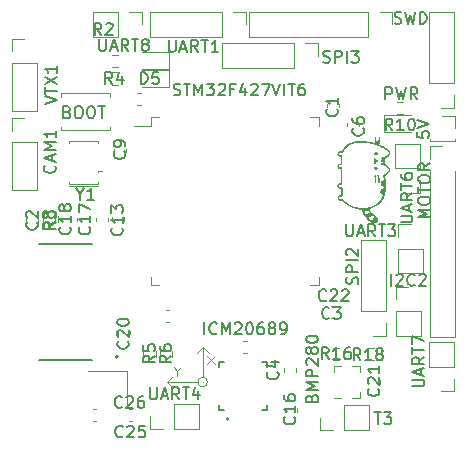
<source format=gbr>
%TF.GenerationSoftware,KiCad,Pcbnew,7.0.8*%
%TF.CreationDate,2023-11-14T14:25:30+07:00*%
%TF.ProjectId,Pixracer_clone,50697872-6163-4657-925f-636c6f6e652e,rev?*%
%TF.SameCoordinates,Original*%
%TF.FileFunction,Legend,Top*%
%TF.FilePolarity,Positive*%
%FSLAX46Y46*%
G04 Gerber Fmt 4.6, Leading zero omitted, Abs format (unit mm)*
G04 Created by KiCad (PCBNEW 7.0.8) date 2023-11-14 14:25:30*
%MOMM*%
%LPD*%
G01*
G04 APERTURE LIST*
%ADD10C,0.150000*%
%ADD11C,0.120000*%
%ADD12C,0.100000*%
%ADD13C,0.127000*%
%ADD14C,0.200000*%
G04 APERTURE END LIST*
D10*
X132069580Y-91607246D02*
X132117200Y-91654865D01*
X132117200Y-91654865D02*
X132164819Y-91797722D01*
X132164819Y-91797722D02*
X132164819Y-91892960D01*
X132164819Y-91892960D02*
X132117200Y-92035817D01*
X132117200Y-92035817D02*
X132021961Y-92131055D01*
X132021961Y-92131055D02*
X131926723Y-92178674D01*
X131926723Y-92178674D02*
X131736247Y-92226293D01*
X131736247Y-92226293D02*
X131593390Y-92226293D01*
X131593390Y-92226293D02*
X131402914Y-92178674D01*
X131402914Y-92178674D02*
X131307676Y-92131055D01*
X131307676Y-92131055D02*
X131212438Y-92035817D01*
X131212438Y-92035817D02*
X131164819Y-91892960D01*
X131164819Y-91892960D02*
X131164819Y-91797722D01*
X131164819Y-91797722D02*
X131212438Y-91654865D01*
X131212438Y-91654865D02*
X131260057Y-91607246D01*
X131164819Y-90750103D02*
X131164819Y-90940579D01*
X131164819Y-90940579D02*
X131212438Y-91035817D01*
X131212438Y-91035817D02*
X131260057Y-91083436D01*
X131260057Y-91083436D02*
X131402914Y-91178674D01*
X131402914Y-91178674D02*
X131593390Y-91226293D01*
X131593390Y-91226293D02*
X131974342Y-91226293D01*
X131974342Y-91226293D02*
X132069580Y-91178674D01*
X132069580Y-91178674D02*
X132117200Y-91131055D01*
X132117200Y-91131055D02*
X132164819Y-91035817D01*
X132164819Y-91035817D02*
X132164819Y-90845341D01*
X132164819Y-90845341D02*
X132117200Y-90750103D01*
X132117200Y-90750103D02*
X132069580Y-90702484D01*
X132069580Y-90702484D02*
X131974342Y-90654865D01*
X131974342Y-90654865D02*
X131736247Y-90654865D01*
X131736247Y-90654865D02*
X131641009Y-90702484D01*
X131641009Y-90702484D02*
X131593390Y-90750103D01*
X131593390Y-90750103D02*
X131545771Y-90845341D01*
X131545771Y-90845341D02*
X131545771Y-91035817D01*
X131545771Y-91035817D02*
X131593390Y-91131055D01*
X131593390Y-91131055D02*
X131641009Y-91178674D01*
X131641009Y-91178674D02*
X131736247Y-91226293D01*
X129157142Y-111154819D02*
X128823809Y-110678628D01*
X128585714Y-111154819D02*
X128585714Y-110154819D01*
X128585714Y-110154819D02*
X128966666Y-110154819D01*
X128966666Y-110154819D02*
X129061904Y-110202438D01*
X129061904Y-110202438D02*
X129109523Y-110250057D01*
X129109523Y-110250057D02*
X129157142Y-110345295D01*
X129157142Y-110345295D02*
X129157142Y-110488152D01*
X129157142Y-110488152D02*
X129109523Y-110583390D01*
X129109523Y-110583390D02*
X129061904Y-110631009D01*
X129061904Y-110631009D02*
X128966666Y-110678628D01*
X128966666Y-110678628D02*
X128585714Y-110678628D01*
X130109523Y-111154819D02*
X129538095Y-111154819D01*
X129823809Y-111154819D02*
X129823809Y-110154819D01*
X129823809Y-110154819D02*
X129728571Y-110297676D01*
X129728571Y-110297676D02*
X129633333Y-110392914D01*
X129633333Y-110392914D02*
X129538095Y-110440533D01*
X130966666Y-110154819D02*
X130776190Y-110154819D01*
X130776190Y-110154819D02*
X130680952Y-110202438D01*
X130680952Y-110202438D02*
X130633333Y-110250057D01*
X130633333Y-110250057D02*
X130538095Y-110392914D01*
X130538095Y-110392914D02*
X130490476Y-110583390D01*
X130490476Y-110583390D02*
X130490476Y-110964342D01*
X130490476Y-110964342D02*
X130538095Y-111059580D01*
X130538095Y-111059580D02*
X130585714Y-111107200D01*
X130585714Y-111107200D02*
X130680952Y-111154819D01*
X130680952Y-111154819D02*
X130871428Y-111154819D01*
X130871428Y-111154819D02*
X130966666Y-111107200D01*
X130966666Y-111107200D02*
X131014285Y-111059580D01*
X131014285Y-111059580D02*
X131061904Y-110964342D01*
X131061904Y-110964342D02*
X131061904Y-110726247D01*
X131061904Y-110726247D02*
X131014285Y-110631009D01*
X131014285Y-110631009D02*
X130966666Y-110583390D01*
X130966666Y-110583390D02*
X130871428Y-110535771D01*
X130871428Y-110535771D02*
X130680952Y-110535771D01*
X130680952Y-110535771D02*
X130585714Y-110583390D01*
X130585714Y-110583390D02*
X130538095Y-110631009D01*
X130538095Y-110631009D02*
X130490476Y-110726247D01*
X131607200Y-104799999D02*
X131654819Y-104657142D01*
X131654819Y-104657142D02*
X131654819Y-104419047D01*
X131654819Y-104419047D02*
X131607200Y-104323809D01*
X131607200Y-104323809D02*
X131559580Y-104276190D01*
X131559580Y-104276190D02*
X131464342Y-104228571D01*
X131464342Y-104228571D02*
X131369104Y-104228571D01*
X131369104Y-104228571D02*
X131273866Y-104276190D01*
X131273866Y-104276190D02*
X131226247Y-104323809D01*
X131226247Y-104323809D02*
X131178628Y-104419047D01*
X131178628Y-104419047D02*
X131131009Y-104609523D01*
X131131009Y-104609523D02*
X131083390Y-104704761D01*
X131083390Y-104704761D02*
X131035771Y-104752380D01*
X131035771Y-104752380D02*
X130940533Y-104799999D01*
X130940533Y-104799999D02*
X130845295Y-104799999D01*
X130845295Y-104799999D02*
X130750057Y-104752380D01*
X130750057Y-104752380D02*
X130702438Y-104704761D01*
X130702438Y-104704761D02*
X130654819Y-104609523D01*
X130654819Y-104609523D02*
X130654819Y-104371428D01*
X130654819Y-104371428D02*
X130702438Y-104228571D01*
X131654819Y-103799999D02*
X130654819Y-103799999D01*
X130654819Y-103799999D02*
X130654819Y-103419047D01*
X130654819Y-103419047D02*
X130702438Y-103323809D01*
X130702438Y-103323809D02*
X130750057Y-103276190D01*
X130750057Y-103276190D02*
X130845295Y-103228571D01*
X130845295Y-103228571D02*
X130988152Y-103228571D01*
X130988152Y-103228571D02*
X131083390Y-103276190D01*
X131083390Y-103276190D02*
X131131009Y-103323809D01*
X131131009Y-103323809D02*
X131178628Y-103419047D01*
X131178628Y-103419047D02*
X131178628Y-103799999D01*
X131654819Y-102799999D02*
X130654819Y-102799999D01*
X130750057Y-102371428D02*
X130702438Y-102323809D01*
X130702438Y-102323809D02*
X130654819Y-102228571D01*
X130654819Y-102228571D02*
X130654819Y-101990476D01*
X130654819Y-101990476D02*
X130702438Y-101895238D01*
X130702438Y-101895238D02*
X130750057Y-101847619D01*
X130750057Y-101847619D02*
X130845295Y-101800000D01*
X130845295Y-101800000D02*
X130940533Y-101800000D01*
X130940533Y-101800000D02*
X131083390Y-101847619D01*
X131083390Y-101847619D02*
X131654819Y-102419047D01*
X131654819Y-102419047D02*
X131654819Y-101800000D01*
X115628571Y-84154819D02*
X115628571Y-84964342D01*
X115628571Y-84964342D02*
X115676190Y-85059580D01*
X115676190Y-85059580D02*
X115723809Y-85107200D01*
X115723809Y-85107200D02*
X115819047Y-85154819D01*
X115819047Y-85154819D02*
X116009523Y-85154819D01*
X116009523Y-85154819D02*
X116104761Y-85107200D01*
X116104761Y-85107200D02*
X116152380Y-85059580D01*
X116152380Y-85059580D02*
X116199999Y-84964342D01*
X116199999Y-84964342D02*
X116199999Y-84154819D01*
X116628571Y-84869104D02*
X117104761Y-84869104D01*
X116533333Y-85154819D02*
X116866666Y-84154819D01*
X116866666Y-84154819D02*
X117199999Y-85154819D01*
X118104761Y-85154819D02*
X117771428Y-84678628D01*
X117533333Y-85154819D02*
X117533333Y-84154819D01*
X117533333Y-84154819D02*
X117914285Y-84154819D01*
X117914285Y-84154819D02*
X118009523Y-84202438D01*
X118009523Y-84202438D02*
X118057142Y-84250057D01*
X118057142Y-84250057D02*
X118104761Y-84345295D01*
X118104761Y-84345295D02*
X118104761Y-84488152D01*
X118104761Y-84488152D02*
X118057142Y-84583390D01*
X118057142Y-84583390D02*
X118009523Y-84631009D01*
X118009523Y-84631009D02*
X117914285Y-84678628D01*
X117914285Y-84678628D02*
X117533333Y-84678628D01*
X118390476Y-84154819D02*
X118961904Y-84154819D01*
X118676190Y-85154819D02*
X118676190Y-84154819D01*
X119819047Y-85154819D02*
X119247619Y-85154819D01*
X119533333Y-85154819D02*
X119533333Y-84154819D01*
X119533333Y-84154819D02*
X119438095Y-84297676D01*
X119438095Y-84297676D02*
X119342857Y-84392914D01*
X119342857Y-84392914D02*
X119247619Y-84440533D01*
X128957142Y-106159580D02*
X128909523Y-106207200D01*
X128909523Y-106207200D02*
X128766666Y-106254819D01*
X128766666Y-106254819D02*
X128671428Y-106254819D01*
X128671428Y-106254819D02*
X128528571Y-106207200D01*
X128528571Y-106207200D02*
X128433333Y-106111961D01*
X128433333Y-106111961D02*
X128385714Y-106016723D01*
X128385714Y-106016723D02*
X128338095Y-105826247D01*
X128338095Y-105826247D02*
X128338095Y-105683390D01*
X128338095Y-105683390D02*
X128385714Y-105492914D01*
X128385714Y-105492914D02*
X128433333Y-105397676D01*
X128433333Y-105397676D02*
X128528571Y-105302438D01*
X128528571Y-105302438D02*
X128671428Y-105254819D01*
X128671428Y-105254819D02*
X128766666Y-105254819D01*
X128766666Y-105254819D02*
X128909523Y-105302438D01*
X128909523Y-105302438D02*
X128957142Y-105350057D01*
X129338095Y-105350057D02*
X129385714Y-105302438D01*
X129385714Y-105302438D02*
X129480952Y-105254819D01*
X129480952Y-105254819D02*
X129719047Y-105254819D01*
X129719047Y-105254819D02*
X129814285Y-105302438D01*
X129814285Y-105302438D02*
X129861904Y-105350057D01*
X129861904Y-105350057D02*
X129909523Y-105445295D01*
X129909523Y-105445295D02*
X129909523Y-105540533D01*
X129909523Y-105540533D02*
X129861904Y-105683390D01*
X129861904Y-105683390D02*
X129290476Y-106254819D01*
X129290476Y-106254819D02*
X129909523Y-106254819D01*
X130290476Y-105350057D02*
X130338095Y-105302438D01*
X130338095Y-105302438D02*
X130433333Y-105254819D01*
X130433333Y-105254819D02*
X130671428Y-105254819D01*
X130671428Y-105254819D02*
X130766666Y-105302438D01*
X130766666Y-105302438D02*
X130814285Y-105350057D01*
X130814285Y-105350057D02*
X130861904Y-105445295D01*
X130861904Y-105445295D02*
X130861904Y-105540533D01*
X130861904Y-105540533D02*
X130814285Y-105683390D01*
X130814285Y-105683390D02*
X130242857Y-106254819D01*
X130242857Y-106254819D02*
X130861904Y-106254819D01*
X133359580Y-113642857D02*
X133407200Y-113690476D01*
X133407200Y-113690476D02*
X133454819Y-113833333D01*
X133454819Y-113833333D02*
X133454819Y-113928571D01*
X133454819Y-113928571D02*
X133407200Y-114071428D01*
X133407200Y-114071428D02*
X133311961Y-114166666D01*
X133311961Y-114166666D02*
X133216723Y-114214285D01*
X133216723Y-114214285D02*
X133026247Y-114261904D01*
X133026247Y-114261904D02*
X132883390Y-114261904D01*
X132883390Y-114261904D02*
X132692914Y-114214285D01*
X132692914Y-114214285D02*
X132597676Y-114166666D01*
X132597676Y-114166666D02*
X132502438Y-114071428D01*
X132502438Y-114071428D02*
X132454819Y-113928571D01*
X132454819Y-113928571D02*
X132454819Y-113833333D01*
X132454819Y-113833333D02*
X132502438Y-113690476D01*
X132502438Y-113690476D02*
X132550057Y-113642857D01*
X132550057Y-113261904D02*
X132502438Y-113214285D01*
X132502438Y-113214285D02*
X132454819Y-113119047D01*
X132454819Y-113119047D02*
X132454819Y-112880952D01*
X132454819Y-112880952D02*
X132502438Y-112785714D01*
X132502438Y-112785714D02*
X132550057Y-112738095D01*
X132550057Y-112738095D02*
X132645295Y-112690476D01*
X132645295Y-112690476D02*
X132740533Y-112690476D01*
X132740533Y-112690476D02*
X132883390Y-112738095D01*
X132883390Y-112738095D02*
X133454819Y-113309523D01*
X133454819Y-113309523D02*
X133454819Y-112690476D01*
X133454819Y-111738095D02*
X133454819Y-112309523D01*
X133454819Y-112023809D02*
X132454819Y-112023809D01*
X132454819Y-112023809D02*
X132597676Y-112119047D01*
X132597676Y-112119047D02*
X132692914Y-112214285D01*
X132692914Y-112214285D02*
X132740533Y-112309523D01*
X133038095Y-115654819D02*
X133609523Y-115654819D01*
X133323809Y-116654819D02*
X133323809Y-115654819D01*
X133847619Y-115654819D02*
X134466666Y-115654819D01*
X134466666Y-115654819D02*
X134133333Y-116035771D01*
X134133333Y-116035771D02*
X134276190Y-116035771D01*
X134276190Y-116035771D02*
X134371428Y-116083390D01*
X134371428Y-116083390D02*
X134419047Y-116131009D01*
X134419047Y-116131009D02*
X134466666Y-116226247D01*
X134466666Y-116226247D02*
X134466666Y-116464342D01*
X134466666Y-116464342D02*
X134419047Y-116559580D01*
X134419047Y-116559580D02*
X134371428Y-116607200D01*
X134371428Y-116607200D02*
X134276190Y-116654819D01*
X134276190Y-116654819D02*
X133990476Y-116654819D01*
X133990476Y-116654819D02*
X133895238Y-116607200D01*
X133895238Y-116607200D02*
X133847619Y-116559580D01*
X108904580Y-99967857D02*
X108952200Y-100015476D01*
X108952200Y-100015476D02*
X108999819Y-100158333D01*
X108999819Y-100158333D02*
X108999819Y-100253571D01*
X108999819Y-100253571D02*
X108952200Y-100396428D01*
X108952200Y-100396428D02*
X108856961Y-100491666D01*
X108856961Y-100491666D02*
X108761723Y-100539285D01*
X108761723Y-100539285D02*
X108571247Y-100586904D01*
X108571247Y-100586904D02*
X108428390Y-100586904D01*
X108428390Y-100586904D02*
X108237914Y-100539285D01*
X108237914Y-100539285D02*
X108142676Y-100491666D01*
X108142676Y-100491666D02*
X108047438Y-100396428D01*
X108047438Y-100396428D02*
X107999819Y-100253571D01*
X107999819Y-100253571D02*
X107999819Y-100158333D01*
X107999819Y-100158333D02*
X108047438Y-100015476D01*
X108047438Y-100015476D02*
X108095057Y-99967857D01*
X108999819Y-99015476D02*
X108999819Y-99586904D01*
X108999819Y-99301190D02*
X107999819Y-99301190D01*
X107999819Y-99301190D02*
X108142676Y-99396428D01*
X108142676Y-99396428D02*
X108237914Y-99491666D01*
X108237914Y-99491666D02*
X108285533Y-99586904D01*
X107999819Y-98682142D02*
X107999819Y-98015476D01*
X107999819Y-98015476D02*
X108999819Y-98444047D01*
X127731009Y-114428571D02*
X127778628Y-114285714D01*
X127778628Y-114285714D02*
X127826247Y-114238095D01*
X127826247Y-114238095D02*
X127921485Y-114190476D01*
X127921485Y-114190476D02*
X128064342Y-114190476D01*
X128064342Y-114190476D02*
X128159580Y-114238095D01*
X128159580Y-114238095D02*
X128207200Y-114285714D01*
X128207200Y-114285714D02*
X128254819Y-114380952D01*
X128254819Y-114380952D02*
X128254819Y-114761904D01*
X128254819Y-114761904D02*
X127254819Y-114761904D01*
X127254819Y-114761904D02*
X127254819Y-114428571D01*
X127254819Y-114428571D02*
X127302438Y-114333333D01*
X127302438Y-114333333D02*
X127350057Y-114285714D01*
X127350057Y-114285714D02*
X127445295Y-114238095D01*
X127445295Y-114238095D02*
X127540533Y-114238095D01*
X127540533Y-114238095D02*
X127635771Y-114285714D01*
X127635771Y-114285714D02*
X127683390Y-114333333D01*
X127683390Y-114333333D02*
X127731009Y-114428571D01*
X127731009Y-114428571D02*
X127731009Y-114761904D01*
X128254819Y-113761904D02*
X127254819Y-113761904D01*
X127254819Y-113761904D02*
X127969104Y-113428571D01*
X127969104Y-113428571D02*
X127254819Y-113095238D01*
X127254819Y-113095238D02*
X128254819Y-113095238D01*
X128254819Y-112619047D02*
X127254819Y-112619047D01*
X127254819Y-112619047D02*
X127254819Y-112238095D01*
X127254819Y-112238095D02*
X127302438Y-112142857D01*
X127302438Y-112142857D02*
X127350057Y-112095238D01*
X127350057Y-112095238D02*
X127445295Y-112047619D01*
X127445295Y-112047619D02*
X127588152Y-112047619D01*
X127588152Y-112047619D02*
X127683390Y-112095238D01*
X127683390Y-112095238D02*
X127731009Y-112142857D01*
X127731009Y-112142857D02*
X127778628Y-112238095D01*
X127778628Y-112238095D02*
X127778628Y-112619047D01*
X127350057Y-111666666D02*
X127302438Y-111619047D01*
X127302438Y-111619047D02*
X127254819Y-111523809D01*
X127254819Y-111523809D02*
X127254819Y-111285714D01*
X127254819Y-111285714D02*
X127302438Y-111190476D01*
X127302438Y-111190476D02*
X127350057Y-111142857D01*
X127350057Y-111142857D02*
X127445295Y-111095238D01*
X127445295Y-111095238D02*
X127540533Y-111095238D01*
X127540533Y-111095238D02*
X127683390Y-111142857D01*
X127683390Y-111142857D02*
X128254819Y-111714285D01*
X128254819Y-111714285D02*
X128254819Y-111095238D01*
X127683390Y-110523809D02*
X127635771Y-110619047D01*
X127635771Y-110619047D02*
X127588152Y-110666666D01*
X127588152Y-110666666D02*
X127492914Y-110714285D01*
X127492914Y-110714285D02*
X127445295Y-110714285D01*
X127445295Y-110714285D02*
X127350057Y-110666666D01*
X127350057Y-110666666D02*
X127302438Y-110619047D01*
X127302438Y-110619047D02*
X127254819Y-110523809D01*
X127254819Y-110523809D02*
X127254819Y-110333333D01*
X127254819Y-110333333D02*
X127302438Y-110238095D01*
X127302438Y-110238095D02*
X127350057Y-110190476D01*
X127350057Y-110190476D02*
X127445295Y-110142857D01*
X127445295Y-110142857D02*
X127492914Y-110142857D01*
X127492914Y-110142857D02*
X127588152Y-110190476D01*
X127588152Y-110190476D02*
X127635771Y-110238095D01*
X127635771Y-110238095D02*
X127683390Y-110333333D01*
X127683390Y-110333333D02*
X127683390Y-110523809D01*
X127683390Y-110523809D02*
X127731009Y-110619047D01*
X127731009Y-110619047D02*
X127778628Y-110666666D01*
X127778628Y-110666666D02*
X127873866Y-110714285D01*
X127873866Y-110714285D02*
X128064342Y-110714285D01*
X128064342Y-110714285D02*
X128159580Y-110666666D01*
X128159580Y-110666666D02*
X128207200Y-110619047D01*
X128207200Y-110619047D02*
X128254819Y-110523809D01*
X128254819Y-110523809D02*
X128254819Y-110333333D01*
X128254819Y-110333333D02*
X128207200Y-110238095D01*
X128207200Y-110238095D02*
X128159580Y-110190476D01*
X128159580Y-110190476D02*
X128064342Y-110142857D01*
X128064342Y-110142857D02*
X127873866Y-110142857D01*
X127873866Y-110142857D02*
X127778628Y-110190476D01*
X127778628Y-110190476D02*
X127731009Y-110238095D01*
X127731009Y-110238095D02*
X127683390Y-110333333D01*
X127254819Y-109523809D02*
X127254819Y-109428571D01*
X127254819Y-109428571D02*
X127302438Y-109333333D01*
X127302438Y-109333333D02*
X127350057Y-109285714D01*
X127350057Y-109285714D02*
X127445295Y-109238095D01*
X127445295Y-109238095D02*
X127635771Y-109190476D01*
X127635771Y-109190476D02*
X127873866Y-109190476D01*
X127873866Y-109190476D02*
X128064342Y-109238095D01*
X128064342Y-109238095D02*
X128159580Y-109285714D01*
X128159580Y-109285714D02*
X128207200Y-109333333D01*
X128207200Y-109333333D02*
X128254819Y-109428571D01*
X128254819Y-109428571D02*
X128254819Y-109523809D01*
X128254819Y-109523809D02*
X128207200Y-109619047D01*
X128207200Y-109619047D02*
X128159580Y-109666666D01*
X128159580Y-109666666D02*
X128064342Y-109714285D01*
X128064342Y-109714285D02*
X127873866Y-109761904D01*
X127873866Y-109761904D02*
X127635771Y-109761904D01*
X127635771Y-109761904D02*
X127445295Y-109714285D01*
X127445295Y-109714285D02*
X127350057Y-109666666D01*
X127350057Y-109666666D02*
X127302438Y-109619047D01*
X127302438Y-109619047D02*
X127254819Y-109523809D01*
X134742857Y-82707200D02*
X134885714Y-82754819D01*
X134885714Y-82754819D02*
X135123809Y-82754819D01*
X135123809Y-82754819D02*
X135219047Y-82707200D01*
X135219047Y-82707200D02*
X135266666Y-82659580D01*
X135266666Y-82659580D02*
X135314285Y-82564342D01*
X135314285Y-82564342D02*
X135314285Y-82469104D01*
X135314285Y-82469104D02*
X135266666Y-82373866D01*
X135266666Y-82373866D02*
X135219047Y-82326247D01*
X135219047Y-82326247D02*
X135123809Y-82278628D01*
X135123809Y-82278628D02*
X134933333Y-82231009D01*
X134933333Y-82231009D02*
X134838095Y-82183390D01*
X134838095Y-82183390D02*
X134790476Y-82135771D01*
X134790476Y-82135771D02*
X134742857Y-82040533D01*
X134742857Y-82040533D02*
X134742857Y-81945295D01*
X134742857Y-81945295D02*
X134790476Y-81850057D01*
X134790476Y-81850057D02*
X134838095Y-81802438D01*
X134838095Y-81802438D02*
X134933333Y-81754819D01*
X134933333Y-81754819D02*
X135171428Y-81754819D01*
X135171428Y-81754819D02*
X135314285Y-81802438D01*
X135647619Y-81754819D02*
X135885714Y-82754819D01*
X135885714Y-82754819D02*
X136076190Y-82040533D01*
X136076190Y-82040533D02*
X136266666Y-82754819D01*
X136266666Y-82754819D02*
X136504762Y-81754819D01*
X136885714Y-82754819D02*
X136885714Y-81754819D01*
X136885714Y-81754819D02*
X137123809Y-81754819D01*
X137123809Y-81754819D02*
X137266666Y-81802438D01*
X137266666Y-81802438D02*
X137361904Y-81897676D01*
X137361904Y-81897676D02*
X137409523Y-81992914D01*
X137409523Y-81992914D02*
X137457142Y-82183390D01*
X137457142Y-82183390D02*
X137457142Y-82326247D01*
X137457142Y-82326247D02*
X137409523Y-82516723D01*
X137409523Y-82516723D02*
X137361904Y-82611961D01*
X137361904Y-82611961D02*
X137266666Y-82707200D01*
X137266666Y-82707200D02*
X137123809Y-82754819D01*
X137123809Y-82754819D02*
X136885714Y-82754819D01*
X137754819Y-99161904D02*
X136754819Y-99161904D01*
X136754819Y-99161904D02*
X137469104Y-98828571D01*
X137469104Y-98828571D02*
X136754819Y-98495238D01*
X136754819Y-98495238D02*
X137754819Y-98495238D01*
X136754819Y-97828571D02*
X136754819Y-97638095D01*
X136754819Y-97638095D02*
X136802438Y-97542857D01*
X136802438Y-97542857D02*
X136897676Y-97447619D01*
X136897676Y-97447619D02*
X137088152Y-97400000D01*
X137088152Y-97400000D02*
X137421485Y-97400000D01*
X137421485Y-97400000D02*
X137611961Y-97447619D01*
X137611961Y-97447619D02*
X137707200Y-97542857D01*
X137707200Y-97542857D02*
X137754819Y-97638095D01*
X137754819Y-97638095D02*
X137754819Y-97828571D01*
X137754819Y-97828571D02*
X137707200Y-97923809D01*
X137707200Y-97923809D02*
X137611961Y-98019047D01*
X137611961Y-98019047D02*
X137421485Y-98066666D01*
X137421485Y-98066666D02*
X137088152Y-98066666D01*
X137088152Y-98066666D02*
X136897676Y-98019047D01*
X136897676Y-98019047D02*
X136802438Y-97923809D01*
X136802438Y-97923809D02*
X136754819Y-97828571D01*
X136754819Y-97114285D02*
X136754819Y-96542857D01*
X137754819Y-96828571D02*
X136754819Y-96828571D01*
X136754819Y-96019047D02*
X136754819Y-95828571D01*
X136754819Y-95828571D02*
X136802438Y-95733333D01*
X136802438Y-95733333D02*
X136897676Y-95638095D01*
X136897676Y-95638095D02*
X137088152Y-95590476D01*
X137088152Y-95590476D02*
X137421485Y-95590476D01*
X137421485Y-95590476D02*
X137611961Y-95638095D01*
X137611961Y-95638095D02*
X137707200Y-95733333D01*
X137707200Y-95733333D02*
X137754819Y-95828571D01*
X137754819Y-95828571D02*
X137754819Y-96019047D01*
X137754819Y-96019047D02*
X137707200Y-96114285D01*
X137707200Y-96114285D02*
X137611961Y-96209523D01*
X137611961Y-96209523D02*
X137421485Y-96257142D01*
X137421485Y-96257142D02*
X137088152Y-96257142D01*
X137088152Y-96257142D02*
X136897676Y-96209523D01*
X136897676Y-96209523D02*
X136802438Y-96114285D01*
X136802438Y-96114285D02*
X136754819Y-96019047D01*
X137754819Y-94590476D02*
X137278628Y-94923809D01*
X137754819Y-95161904D02*
X136754819Y-95161904D01*
X136754819Y-95161904D02*
X136754819Y-94780952D01*
X136754819Y-94780952D02*
X136802438Y-94685714D01*
X136802438Y-94685714D02*
X136850057Y-94638095D01*
X136850057Y-94638095D02*
X136945295Y-94590476D01*
X136945295Y-94590476D02*
X137088152Y-94590476D01*
X137088152Y-94590476D02*
X137183390Y-94638095D01*
X137183390Y-94638095D02*
X137231009Y-94685714D01*
X137231009Y-94685714D02*
X137278628Y-94780952D01*
X137278628Y-94780952D02*
X137278628Y-95161904D01*
X105954819Y-99566666D02*
X105478628Y-99899999D01*
X105954819Y-100138094D02*
X104954819Y-100138094D01*
X104954819Y-100138094D02*
X104954819Y-99757142D01*
X104954819Y-99757142D02*
X105002438Y-99661904D01*
X105002438Y-99661904D02*
X105050057Y-99614285D01*
X105050057Y-99614285D02*
X105145295Y-99566666D01*
X105145295Y-99566666D02*
X105288152Y-99566666D01*
X105288152Y-99566666D02*
X105383390Y-99614285D01*
X105383390Y-99614285D02*
X105431009Y-99661904D01*
X105431009Y-99661904D02*
X105478628Y-99757142D01*
X105478628Y-99757142D02*
X105478628Y-100138094D01*
X105383390Y-98995237D02*
X105335771Y-99090475D01*
X105335771Y-99090475D02*
X105288152Y-99138094D01*
X105288152Y-99138094D02*
X105192914Y-99185713D01*
X105192914Y-99185713D02*
X105145295Y-99185713D01*
X105145295Y-99185713D02*
X105050057Y-99138094D01*
X105050057Y-99138094D02*
X105002438Y-99090475D01*
X105002438Y-99090475D02*
X104954819Y-98995237D01*
X104954819Y-98995237D02*
X104954819Y-98804761D01*
X104954819Y-98804761D02*
X105002438Y-98709523D01*
X105002438Y-98709523D02*
X105050057Y-98661904D01*
X105050057Y-98661904D02*
X105145295Y-98614285D01*
X105145295Y-98614285D02*
X105192914Y-98614285D01*
X105192914Y-98614285D02*
X105288152Y-98661904D01*
X105288152Y-98661904D02*
X105335771Y-98709523D01*
X105335771Y-98709523D02*
X105383390Y-98804761D01*
X105383390Y-98804761D02*
X105383390Y-98995237D01*
X105383390Y-98995237D02*
X105431009Y-99090475D01*
X105431009Y-99090475D02*
X105478628Y-99138094D01*
X105478628Y-99138094D02*
X105573866Y-99185713D01*
X105573866Y-99185713D02*
X105764342Y-99185713D01*
X105764342Y-99185713D02*
X105859580Y-99138094D01*
X105859580Y-99138094D02*
X105907200Y-99090475D01*
X105907200Y-99090475D02*
X105954819Y-98995237D01*
X105954819Y-98995237D02*
X105954819Y-98804761D01*
X105954819Y-98804761D02*
X105907200Y-98709523D01*
X105907200Y-98709523D02*
X105859580Y-98661904D01*
X105859580Y-98661904D02*
X105764342Y-98614285D01*
X105764342Y-98614285D02*
X105573866Y-98614285D01*
X105573866Y-98614285D02*
X105478628Y-98661904D01*
X105478628Y-98661904D02*
X105431009Y-98709523D01*
X105431009Y-98709523D02*
X105383390Y-98804761D01*
X136254819Y-113471428D02*
X137064342Y-113471428D01*
X137064342Y-113471428D02*
X137159580Y-113423809D01*
X137159580Y-113423809D02*
X137207200Y-113376190D01*
X137207200Y-113376190D02*
X137254819Y-113280952D01*
X137254819Y-113280952D02*
X137254819Y-113090476D01*
X137254819Y-113090476D02*
X137207200Y-112995238D01*
X137207200Y-112995238D02*
X137159580Y-112947619D01*
X137159580Y-112947619D02*
X137064342Y-112900000D01*
X137064342Y-112900000D02*
X136254819Y-112900000D01*
X136969104Y-112471428D02*
X136969104Y-111995238D01*
X137254819Y-112566666D02*
X136254819Y-112233333D01*
X136254819Y-112233333D02*
X137254819Y-111900000D01*
X137254819Y-110995238D02*
X136778628Y-111328571D01*
X137254819Y-111566666D02*
X136254819Y-111566666D01*
X136254819Y-111566666D02*
X136254819Y-111185714D01*
X136254819Y-111185714D02*
X136302438Y-111090476D01*
X136302438Y-111090476D02*
X136350057Y-111042857D01*
X136350057Y-111042857D02*
X136445295Y-110995238D01*
X136445295Y-110995238D02*
X136588152Y-110995238D01*
X136588152Y-110995238D02*
X136683390Y-111042857D01*
X136683390Y-111042857D02*
X136731009Y-111090476D01*
X136731009Y-111090476D02*
X136778628Y-111185714D01*
X136778628Y-111185714D02*
X136778628Y-111566666D01*
X136254819Y-110709523D02*
X136254819Y-110138095D01*
X137254819Y-110423809D02*
X136254819Y-110423809D01*
X136254819Y-109899999D02*
X136254819Y-109233333D01*
X136254819Y-109233333D02*
X137254819Y-109661904D01*
X105154819Y-89566666D02*
X106154819Y-89233333D01*
X106154819Y-89233333D02*
X105154819Y-88900000D01*
X105154819Y-88709523D02*
X105154819Y-88138095D01*
X106154819Y-88423809D02*
X105154819Y-88423809D01*
X105154819Y-87899999D02*
X106154819Y-87233333D01*
X105154819Y-87233333D02*
X106154819Y-87899999D01*
X106154819Y-86328571D02*
X106154819Y-86899999D01*
X106154819Y-86614285D02*
X105154819Y-86614285D01*
X105154819Y-86614285D02*
X105297676Y-86709523D01*
X105297676Y-86709523D02*
X105392914Y-86804761D01*
X105392914Y-86804761D02*
X105440533Y-86899999D01*
X111732142Y-117689580D02*
X111684523Y-117737200D01*
X111684523Y-117737200D02*
X111541666Y-117784819D01*
X111541666Y-117784819D02*
X111446428Y-117784819D01*
X111446428Y-117784819D02*
X111303571Y-117737200D01*
X111303571Y-117737200D02*
X111208333Y-117641961D01*
X111208333Y-117641961D02*
X111160714Y-117546723D01*
X111160714Y-117546723D02*
X111113095Y-117356247D01*
X111113095Y-117356247D02*
X111113095Y-117213390D01*
X111113095Y-117213390D02*
X111160714Y-117022914D01*
X111160714Y-117022914D02*
X111208333Y-116927676D01*
X111208333Y-116927676D02*
X111303571Y-116832438D01*
X111303571Y-116832438D02*
X111446428Y-116784819D01*
X111446428Y-116784819D02*
X111541666Y-116784819D01*
X111541666Y-116784819D02*
X111684523Y-116832438D01*
X111684523Y-116832438D02*
X111732142Y-116880057D01*
X112113095Y-116880057D02*
X112160714Y-116832438D01*
X112160714Y-116832438D02*
X112255952Y-116784819D01*
X112255952Y-116784819D02*
X112494047Y-116784819D01*
X112494047Y-116784819D02*
X112589285Y-116832438D01*
X112589285Y-116832438D02*
X112636904Y-116880057D01*
X112636904Y-116880057D02*
X112684523Y-116975295D01*
X112684523Y-116975295D02*
X112684523Y-117070533D01*
X112684523Y-117070533D02*
X112636904Y-117213390D01*
X112636904Y-117213390D02*
X112065476Y-117784819D01*
X112065476Y-117784819D02*
X112684523Y-117784819D01*
X113589285Y-116784819D02*
X113113095Y-116784819D01*
X113113095Y-116784819D02*
X113065476Y-117261009D01*
X113065476Y-117261009D02*
X113113095Y-117213390D01*
X113113095Y-117213390D02*
X113208333Y-117165771D01*
X113208333Y-117165771D02*
X113446428Y-117165771D01*
X113446428Y-117165771D02*
X113541666Y-117213390D01*
X113541666Y-117213390D02*
X113589285Y-117261009D01*
X113589285Y-117261009D02*
X113636904Y-117356247D01*
X113636904Y-117356247D02*
X113636904Y-117594342D01*
X113636904Y-117594342D02*
X113589285Y-117689580D01*
X113589285Y-117689580D02*
X113541666Y-117737200D01*
X113541666Y-117737200D02*
X113446428Y-117784819D01*
X113446428Y-117784819D02*
X113208333Y-117784819D01*
X113208333Y-117784819D02*
X113113095Y-117737200D01*
X113113095Y-117737200D02*
X113065476Y-117689580D01*
X124829580Y-112241666D02*
X124877200Y-112289285D01*
X124877200Y-112289285D02*
X124924819Y-112432142D01*
X124924819Y-112432142D02*
X124924819Y-112527380D01*
X124924819Y-112527380D02*
X124877200Y-112670237D01*
X124877200Y-112670237D02*
X124781961Y-112765475D01*
X124781961Y-112765475D02*
X124686723Y-112813094D01*
X124686723Y-112813094D02*
X124496247Y-112860713D01*
X124496247Y-112860713D02*
X124353390Y-112860713D01*
X124353390Y-112860713D02*
X124162914Y-112813094D01*
X124162914Y-112813094D02*
X124067676Y-112765475D01*
X124067676Y-112765475D02*
X123972438Y-112670237D01*
X123972438Y-112670237D02*
X123924819Y-112527380D01*
X123924819Y-112527380D02*
X123924819Y-112432142D01*
X123924819Y-112432142D02*
X123972438Y-112289285D01*
X123972438Y-112289285D02*
X124020057Y-112241666D01*
X124258152Y-111384523D02*
X124924819Y-111384523D01*
X123877200Y-111622618D02*
X124591485Y-111860713D01*
X124591485Y-111860713D02*
X124591485Y-111241666D01*
X136654819Y-91890476D02*
X136654819Y-92366666D01*
X136654819Y-92366666D02*
X137131009Y-92414285D01*
X137131009Y-92414285D02*
X137083390Y-92366666D01*
X137083390Y-92366666D02*
X137035771Y-92271428D01*
X137035771Y-92271428D02*
X137035771Y-92033333D01*
X137035771Y-92033333D02*
X137083390Y-91938095D01*
X137083390Y-91938095D02*
X137131009Y-91890476D01*
X137131009Y-91890476D02*
X137226247Y-91842857D01*
X137226247Y-91842857D02*
X137464342Y-91842857D01*
X137464342Y-91842857D02*
X137559580Y-91890476D01*
X137559580Y-91890476D02*
X137607200Y-91938095D01*
X137607200Y-91938095D02*
X137654819Y-92033333D01*
X137654819Y-92033333D02*
X137654819Y-92271428D01*
X137654819Y-92271428D02*
X137607200Y-92366666D01*
X137607200Y-92366666D02*
X137559580Y-92414285D01*
X136654819Y-91557142D02*
X137654819Y-91223809D01*
X137654819Y-91223809D02*
X136654819Y-90890476D01*
X114454819Y-110866666D02*
X113978628Y-111199999D01*
X114454819Y-111438094D02*
X113454819Y-111438094D01*
X113454819Y-111438094D02*
X113454819Y-111057142D01*
X113454819Y-111057142D02*
X113502438Y-110961904D01*
X113502438Y-110961904D02*
X113550057Y-110914285D01*
X113550057Y-110914285D02*
X113645295Y-110866666D01*
X113645295Y-110866666D02*
X113788152Y-110866666D01*
X113788152Y-110866666D02*
X113883390Y-110914285D01*
X113883390Y-110914285D02*
X113931009Y-110961904D01*
X113931009Y-110961904D02*
X113978628Y-111057142D01*
X113978628Y-111057142D02*
X113978628Y-111438094D01*
X113454819Y-109961904D02*
X113454819Y-110438094D01*
X113454819Y-110438094D02*
X113931009Y-110485713D01*
X113931009Y-110485713D02*
X113883390Y-110438094D01*
X113883390Y-110438094D02*
X113835771Y-110342856D01*
X113835771Y-110342856D02*
X113835771Y-110104761D01*
X113835771Y-110104761D02*
X113883390Y-110009523D01*
X113883390Y-110009523D02*
X113931009Y-109961904D01*
X113931009Y-109961904D02*
X114026247Y-109914285D01*
X114026247Y-109914285D02*
X114264342Y-109914285D01*
X114264342Y-109914285D02*
X114359580Y-109961904D01*
X114359580Y-109961904D02*
X114407200Y-110009523D01*
X114407200Y-110009523D02*
X114454819Y-110104761D01*
X114454819Y-110104761D02*
X114454819Y-110342856D01*
X114454819Y-110342856D02*
X114407200Y-110438094D01*
X114407200Y-110438094D02*
X114359580Y-110485713D01*
X104459580Y-99566666D02*
X104507200Y-99614285D01*
X104507200Y-99614285D02*
X104554819Y-99757142D01*
X104554819Y-99757142D02*
X104554819Y-99852380D01*
X104554819Y-99852380D02*
X104507200Y-99995237D01*
X104507200Y-99995237D02*
X104411961Y-100090475D01*
X104411961Y-100090475D02*
X104316723Y-100138094D01*
X104316723Y-100138094D02*
X104126247Y-100185713D01*
X104126247Y-100185713D02*
X103983390Y-100185713D01*
X103983390Y-100185713D02*
X103792914Y-100138094D01*
X103792914Y-100138094D02*
X103697676Y-100090475D01*
X103697676Y-100090475D02*
X103602438Y-99995237D01*
X103602438Y-99995237D02*
X103554819Y-99852380D01*
X103554819Y-99852380D02*
X103554819Y-99757142D01*
X103554819Y-99757142D02*
X103602438Y-99614285D01*
X103602438Y-99614285D02*
X103650057Y-99566666D01*
X103650057Y-99185713D02*
X103602438Y-99138094D01*
X103602438Y-99138094D02*
X103554819Y-99042856D01*
X103554819Y-99042856D02*
X103554819Y-98804761D01*
X103554819Y-98804761D02*
X103602438Y-98709523D01*
X103602438Y-98709523D02*
X103650057Y-98661904D01*
X103650057Y-98661904D02*
X103745295Y-98614285D01*
X103745295Y-98614285D02*
X103840533Y-98614285D01*
X103840533Y-98614285D02*
X103983390Y-98661904D01*
X103983390Y-98661904D02*
X104554819Y-99233332D01*
X104554819Y-99233332D02*
X104554819Y-98614285D01*
X111659580Y-100042857D02*
X111707200Y-100090476D01*
X111707200Y-100090476D02*
X111754819Y-100233333D01*
X111754819Y-100233333D02*
X111754819Y-100328571D01*
X111754819Y-100328571D02*
X111707200Y-100471428D01*
X111707200Y-100471428D02*
X111611961Y-100566666D01*
X111611961Y-100566666D02*
X111516723Y-100614285D01*
X111516723Y-100614285D02*
X111326247Y-100661904D01*
X111326247Y-100661904D02*
X111183390Y-100661904D01*
X111183390Y-100661904D02*
X110992914Y-100614285D01*
X110992914Y-100614285D02*
X110897676Y-100566666D01*
X110897676Y-100566666D02*
X110802438Y-100471428D01*
X110802438Y-100471428D02*
X110754819Y-100328571D01*
X110754819Y-100328571D02*
X110754819Y-100233333D01*
X110754819Y-100233333D02*
X110802438Y-100090476D01*
X110802438Y-100090476D02*
X110850057Y-100042857D01*
X111754819Y-99090476D02*
X111754819Y-99661904D01*
X111754819Y-99376190D02*
X110754819Y-99376190D01*
X110754819Y-99376190D02*
X110897676Y-99471428D01*
X110897676Y-99471428D02*
X110992914Y-99566666D01*
X110992914Y-99566666D02*
X111040533Y-99661904D01*
X110754819Y-98757142D02*
X110754819Y-98138095D01*
X110754819Y-98138095D02*
X111135771Y-98471428D01*
X111135771Y-98471428D02*
X111135771Y-98328571D01*
X111135771Y-98328571D02*
X111183390Y-98233333D01*
X111183390Y-98233333D02*
X111231009Y-98185714D01*
X111231009Y-98185714D02*
X111326247Y-98138095D01*
X111326247Y-98138095D02*
X111564342Y-98138095D01*
X111564342Y-98138095D02*
X111659580Y-98185714D01*
X111659580Y-98185714D02*
X111707200Y-98233333D01*
X111707200Y-98233333D02*
X111754819Y-98328571D01*
X111754819Y-98328571D02*
X111754819Y-98614285D01*
X111754819Y-98614285D02*
X111707200Y-98709523D01*
X111707200Y-98709523D02*
X111659580Y-98757142D01*
X106054819Y-99566666D02*
X105578628Y-99899999D01*
X106054819Y-100138094D02*
X105054819Y-100138094D01*
X105054819Y-100138094D02*
X105054819Y-99757142D01*
X105054819Y-99757142D02*
X105102438Y-99661904D01*
X105102438Y-99661904D02*
X105150057Y-99614285D01*
X105150057Y-99614285D02*
X105245295Y-99566666D01*
X105245295Y-99566666D02*
X105388152Y-99566666D01*
X105388152Y-99566666D02*
X105483390Y-99614285D01*
X105483390Y-99614285D02*
X105531009Y-99661904D01*
X105531009Y-99661904D02*
X105578628Y-99757142D01*
X105578628Y-99757142D02*
X105578628Y-100138094D01*
X105054819Y-99233332D02*
X105054819Y-98614285D01*
X105054819Y-98614285D02*
X105435771Y-98947618D01*
X105435771Y-98947618D02*
X105435771Y-98804761D01*
X105435771Y-98804761D02*
X105483390Y-98709523D01*
X105483390Y-98709523D02*
X105531009Y-98661904D01*
X105531009Y-98661904D02*
X105626247Y-98614285D01*
X105626247Y-98614285D02*
X105864342Y-98614285D01*
X105864342Y-98614285D02*
X105959580Y-98661904D01*
X105959580Y-98661904D02*
X106007200Y-98709523D01*
X106007200Y-98709523D02*
X106054819Y-98804761D01*
X106054819Y-98804761D02*
X106054819Y-99090475D01*
X106054819Y-99090475D02*
X106007200Y-99185713D01*
X106007200Y-99185713D02*
X105959580Y-99233332D01*
X110833333Y-87854819D02*
X110500000Y-87378628D01*
X110261905Y-87854819D02*
X110261905Y-86854819D01*
X110261905Y-86854819D02*
X110642857Y-86854819D01*
X110642857Y-86854819D02*
X110738095Y-86902438D01*
X110738095Y-86902438D02*
X110785714Y-86950057D01*
X110785714Y-86950057D02*
X110833333Y-87045295D01*
X110833333Y-87045295D02*
X110833333Y-87188152D01*
X110833333Y-87188152D02*
X110785714Y-87283390D01*
X110785714Y-87283390D02*
X110738095Y-87331009D01*
X110738095Y-87331009D02*
X110642857Y-87378628D01*
X110642857Y-87378628D02*
X110261905Y-87378628D01*
X111690476Y-87188152D02*
X111690476Y-87854819D01*
X111452381Y-86807200D02*
X111214286Y-87521485D01*
X111214286Y-87521485D02*
X111833333Y-87521485D01*
X129233333Y-107659580D02*
X129185714Y-107707200D01*
X129185714Y-107707200D02*
X129042857Y-107754819D01*
X129042857Y-107754819D02*
X128947619Y-107754819D01*
X128947619Y-107754819D02*
X128804762Y-107707200D01*
X128804762Y-107707200D02*
X128709524Y-107611961D01*
X128709524Y-107611961D02*
X128661905Y-107516723D01*
X128661905Y-107516723D02*
X128614286Y-107326247D01*
X128614286Y-107326247D02*
X128614286Y-107183390D01*
X128614286Y-107183390D02*
X128661905Y-106992914D01*
X128661905Y-106992914D02*
X128709524Y-106897676D01*
X128709524Y-106897676D02*
X128804762Y-106802438D01*
X128804762Y-106802438D02*
X128947619Y-106754819D01*
X128947619Y-106754819D02*
X129042857Y-106754819D01*
X129042857Y-106754819D02*
X129185714Y-106802438D01*
X129185714Y-106802438D02*
X129233333Y-106850057D01*
X129566667Y-106754819D02*
X130185714Y-106754819D01*
X130185714Y-106754819D02*
X129852381Y-107135771D01*
X129852381Y-107135771D02*
X129995238Y-107135771D01*
X129995238Y-107135771D02*
X130090476Y-107183390D01*
X130090476Y-107183390D02*
X130138095Y-107231009D01*
X130138095Y-107231009D02*
X130185714Y-107326247D01*
X130185714Y-107326247D02*
X130185714Y-107564342D01*
X130185714Y-107564342D02*
X130138095Y-107659580D01*
X130138095Y-107659580D02*
X130090476Y-107707200D01*
X130090476Y-107707200D02*
X129995238Y-107754819D01*
X129995238Y-107754819D02*
X129709524Y-107754819D01*
X129709524Y-107754819D02*
X129614286Y-107707200D01*
X129614286Y-107707200D02*
X129566667Y-107659580D01*
X134557142Y-91784819D02*
X134223809Y-91308628D01*
X133985714Y-91784819D02*
X133985714Y-90784819D01*
X133985714Y-90784819D02*
X134366666Y-90784819D01*
X134366666Y-90784819D02*
X134461904Y-90832438D01*
X134461904Y-90832438D02*
X134509523Y-90880057D01*
X134509523Y-90880057D02*
X134557142Y-90975295D01*
X134557142Y-90975295D02*
X134557142Y-91118152D01*
X134557142Y-91118152D02*
X134509523Y-91213390D01*
X134509523Y-91213390D02*
X134461904Y-91261009D01*
X134461904Y-91261009D02*
X134366666Y-91308628D01*
X134366666Y-91308628D02*
X133985714Y-91308628D01*
X135509523Y-91784819D02*
X134938095Y-91784819D01*
X135223809Y-91784819D02*
X135223809Y-90784819D01*
X135223809Y-90784819D02*
X135128571Y-90927676D01*
X135128571Y-90927676D02*
X135033333Y-91022914D01*
X135033333Y-91022914D02*
X134938095Y-91070533D01*
X136128571Y-90784819D02*
X136223809Y-90784819D01*
X136223809Y-90784819D02*
X136319047Y-90832438D01*
X136319047Y-90832438D02*
X136366666Y-90880057D01*
X136366666Y-90880057D02*
X136414285Y-90975295D01*
X136414285Y-90975295D02*
X136461904Y-91165771D01*
X136461904Y-91165771D02*
X136461904Y-91403866D01*
X136461904Y-91403866D02*
X136414285Y-91594342D01*
X136414285Y-91594342D02*
X136366666Y-91689580D01*
X136366666Y-91689580D02*
X136319047Y-91737200D01*
X136319047Y-91737200D02*
X136223809Y-91784819D01*
X136223809Y-91784819D02*
X136128571Y-91784819D01*
X136128571Y-91784819D02*
X136033333Y-91737200D01*
X136033333Y-91737200D02*
X135985714Y-91689580D01*
X135985714Y-91689580D02*
X135938095Y-91594342D01*
X135938095Y-91594342D02*
X135890476Y-91403866D01*
X135890476Y-91403866D02*
X135890476Y-91165771D01*
X135890476Y-91165771D02*
X135938095Y-90975295D01*
X135938095Y-90975295D02*
X135985714Y-90880057D01*
X135985714Y-90880057D02*
X136033333Y-90832438D01*
X136033333Y-90832438D02*
X136128571Y-90784819D01*
X107259580Y-99967857D02*
X107307200Y-100015476D01*
X107307200Y-100015476D02*
X107354819Y-100158333D01*
X107354819Y-100158333D02*
X107354819Y-100253571D01*
X107354819Y-100253571D02*
X107307200Y-100396428D01*
X107307200Y-100396428D02*
X107211961Y-100491666D01*
X107211961Y-100491666D02*
X107116723Y-100539285D01*
X107116723Y-100539285D02*
X106926247Y-100586904D01*
X106926247Y-100586904D02*
X106783390Y-100586904D01*
X106783390Y-100586904D02*
X106592914Y-100539285D01*
X106592914Y-100539285D02*
X106497676Y-100491666D01*
X106497676Y-100491666D02*
X106402438Y-100396428D01*
X106402438Y-100396428D02*
X106354819Y-100253571D01*
X106354819Y-100253571D02*
X106354819Y-100158333D01*
X106354819Y-100158333D02*
X106402438Y-100015476D01*
X106402438Y-100015476D02*
X106450057Y-99967857D01*
X107354819Y-99015476D02*
X107354819Y-99586904D01*
X107354819Y-99301190D02*
X106354819Y-99301190D01*
X106354819Y-99301190D02*
X106497676Y-99396428D01*
X106497676Y-99396428D02*
X106592914Y-99491666D01*
X106592914Y-99491666D02*
X106640533Y-99586904D01*
X106783390Y-98444047D02*
X106735771Y-98539285D01*
X106735771Y-98539285D02*
X106688152Y-98586904D01*
X106688152Y-98586904D02*
X106592914Y-98634523D01*
X106592914Y-98634523D02*
X106545295Y-98634523D01*
X106545295Y-98634523D02*
X106450057Y-98586904D01*
X106450057Y-98586904D02*
X106402438Y-98539285D01*
X106402438Y-98539285D02*
X106354819Y-98444047D01*
X106354819Y-98444047D02*
X106354819Y-98253571D01*
X106354819Y-98253571D02*
X106402438Y-98158333D01*
X106402438Y-98158333D02*
X106450057Y-98110714D01*
X106450057Y-98110714D02*
X106545295Y-98063095D01*
X106545295Y-98063095D02*
X106592914Y-98063095D01*
X106592914Y-98063095D02*
X106688152Y-98110714D01*
X106688152Y-98110714D02*
X106735771Y-98158333D01*
X106735771Y-98158333D02*
X106783390Y-98253571D01*
X106783390Y-98253571D02*
X106783390Y-98444047D01*
X106783390Y-98444047D02*
X106831009Y-98539285D01*
X106831009Y-98539285D02*
X106878628Y-98586904D01*
X106878628Y-98586904D02*
X106973866Y-98634523D01*
X106973866Y-98634523D02*
X107164342Y-98634523D01*
X107164342Y-98634523D02*
X107259580Y-98586904D01*
X107259580Y-98586904D02*
X107307200Y-98539285D01*
X107307200Y-98539285D02*
X107354819Y-98444047D01*
X107354819Y-98444047D02*
X107354819Y-98253571D01*
X107354819Y-98253571D02*
X107307200Y-98158333D01*
X107307200Y-98158333D02*
X107259580Y-98110714D01*
X107259580Y-98110714D02*
X107164342Y-98063095D01*
X107164342Y-98063095D02*
X106973866Y-98063095D01*
X106973866Y-98063095D02*
X106878628Y-98110714D01*
X106878628Y-98110714D02*
X106831009Y-98158333D01*
X106831009Y-98158333D02*
X106783390Y-98253571D01*
X108123809Y-97178628D02*
X108123809Y-97654819D01*
X107790476Y-96654819D02*
X108123809Y-97178628D01*
X108123809Y-97178628D02*
X108457142Y-96654819D01*
X109314285Y-97654819D02*
X108742857Y-97654819D01*
X109028571Y-97654819D02*
X109028571Y-96654819D01*
X109028571Y-96654819D02*
X108933333Y-96797676D01*
X108933333Y-96797676D02*
X108838095Y-96892914D01*
X108838095Y-96892914D02*
X108742857Y-96940533D01*
X130628571Y-99754819D02*
X130628571Y-100564342D01*
X130628571Y-100564342D02*
X130676190Y-100659580D01*
X130676190Y-100659580D02*
X130723809Y-100707200D01*
X130723809Y-100707200D02*
X130819047Y-100754819D01*
X130819047Y-100754819D02*
X131009523Y-100754819D01*
X131009523Y-100754819D02*
X131104761Y-100707200D01*
X131104761Y-100707200D02*
X131152380Y-100659580D01*
X131152380Y-100659580D02*
X131199999Y-100564342D01*
X131199999Y-100564342D02*
X131199999Y-99754819D01*
X131628571Y-100469104D02*
X132104761Y-100469104D01*
X131533333Y-100754819D02*
X131866666Y-99754819D01*
X131866666Y-99754819D02*
X132199999Y-100754819D01*
X133104761Y-100754819D02*
X132771428Y-100278628D01*
X132533333Y-100754819D02*
X132533333Y-99754819D01*
X132533333Y-99754819D02*
X132914285Y-99754819D01*
X132914285Y-99754819D02*
X133009523Y-99802438D01*
X133009523Y-99802438D02*
X133057142Y-99850057D01*
X133057142Y-99850057D02*
X133104761Y-99945295D01*
X133104761Y-99945295D02*
X133104761Y-100088152D01*
X133104761Y-100088152D02*
X133057142Y-100183390D01*
X133057142Y-100183390D02*
X133009523Y-100231009D01*
X133009523Y-100231009D02*
X132914285Y-100278628D01*
X132914285Y-100278628D02*
X132533333Y-100278628D01*
X133390476Y-99754819D02*
X133961904Y-99754819D01*
X133676190Y-100754819D02*
X133676190Y-99754819D01*
X134200000Y-99754819D02*
X134819047Y-99754819D01*
X134819047Y-99754819D02*
X134485714Y-100135771D01*
X134485714Y-100135771D02*
X134628571Y-100135771D01*
X134628571Y-100135771D02*
X134723809Y-100183390D01*
X134723809Y-100183390D02*
X134771428Y-100231009D01*
X134771428Y-100231009D02*
X134819047Y-100326247D01*
X134819047Y-100326247D02*
X134819047Y-100564342D01*
X134819047Y-100564342D02*
X134771428Y-100659580D01*
X134771428Y-100659580D02*
X134723809Y-100707200D01*
X134723809Y-100707200D02*
X134628571Y-100754819D01*
X134628571Y-100754819D02*
X134342857Y-100754819D01*
X134342857Y-100754819D02*
X134247619Y-100707200D01*
X134247619Y-100707200D02*
X134200000Y-100659580D01*
X131857142Y-111254819D02*
X131523809Y-110778628D01*
X131285714Y-111254819D02*
X131285714Y-110254819D01*
X131285714Y-110254819D02*
X131666666Y-110254819D01*
X131666666Y-110254819D02*
X131761904Y-110302438D01*
X131761904Y-110302438D02*
X131809523Y-110350057D01*
X131809523Y-110350057D02*
X131857142Y-110445295D01*
X131857142Y-110445295D02*
X131857142Y-110588152D01*
X131857142Y-110588152D02*
X131809523Y-110683390D01*
X131809523Y-110683390D02*
X131761904Y-110731009D01*
X131761904Y-110731009D02*
X131666666Y-110778628D01*
X131666666Y-110778628D02*
X131285714Y-110778628D01*
X132809523Y-111254819D02*
X132238095Y-111254819D01*
X132523809Y-111254819D02*
X132523809Y-110254819D01*
X132523809Y-110254819D02*
X132428571Y-110397676D01*
X132428571Y-110397676D02*
X132333333Y-110492914D01*
X132333333Y-110492914D02*
X132238095Y-110540533D01*
X133380952Y-110683390D02*
X133285714Y-110635771D01*
X133285714Y-110635771D02*
X133238095Y-110588152D01*
X133238095Y-110588152D02*
X133190476Y-110492914D01*
X133190476Y-110492914D02*
X133190476Y-110445295D01*
X133190476Y-110445295D02*
X133238095Y-110350057D01*
X133238095Y-110350057D02*
X133285714Y-110302438D01*
X133285714Y-110302438D02*
X133380952Y-110254819D01*
X133380952Y-110254819D02*
X133571428Y-110254819D01*
X133571428Y-110254819D02*
X133666666Y-110302438D01*
X133666666Y-110302438D02*
X133714285Y-110350057D01*
X133714285Y-110350057D02*
X133761904Y-110445295D01*
X133761904Y-110445295D02*
X133761904Y-110492914D01*
X133761904Y-110492914D02*
X133714285Y-110588152D01*
X133714285Y-110588152D02*
X133666666Y-110635771D01*
X133666666Y-110635771D02*
X133571428Y-110683390D01*
X133571428Y-110683390D02*
X133380952Y-110683390D01*
X133380952Y-110683390D02*
X133285714Y-110731009D01*
X133285714Y-110731009D02*
X133238095Y-110778628D01*
X133238095Y-110778628D02*
X133190476Y-110873866D01*
X133190476Y-110873866D02*
X133190476Y-111064342D01*
X133190476Y-111064342D02*
X133238095Y-111159580D01*
X133238095Y-111159580D02*
X133285714Y-111207200D01*
X133285714Y-111207200D02*
X133380952Y-111254819D01*
X133380952Y-111254819D02*
X133571428Y-111254819D01*
X133571428Y-111254819D02*
X133666666Y-111207200D01*
X133666666Y-111207200D02*
X133714285Y-111159580D01*
X133714285Y-111159580D02*
X133761904Y-111064342D01*
X133761904Y-111064342D02*
X133761904Y-110873866D01*
X133761904Y-110873866D02*
X133714285Y-110778628D01*
X133714285Y-110778628D02*
X133666666Y-110731009D01*
X133666666Y-110731009D02*
X133571428Y-110683390D01*
X112159580Y-109642857D02*
X112207200Y-109690476D01*
X112207200Y-109690476D02*
X112254819Y-109833333D01*
X112254819Y-109833333D02*
X112254819Y-109928571D01*
X112254819Y-109928571D02*
X112207200Y-110071428D01*
X112207200Y-110071428D02*
X112111961Y-110166666D01*
X112111961Y-110166666D02*
X112016723Y-110214285D01*
X112016723Y-110214285D02*
X111826247Y-110261904D01*
X111826247Y-110261904D02*
X111683390Y-110261904D01*
X111683390Y-110261904D02*
X111492914Y-110214285D01*
X111492914Y-110214285D02*
X111397676Y-110166666D01*
X111397676Y-110166666D02*
X111302438Y-110071428D01*
X111302438Y-110071428D02*
X111254819Y-109928571D01*
X111254819Y-109928571D02*
X111254819Y-109833333D01*
X111254819Y-109833333D02*
X111302438Y-109690476D01*
X111302438Y-109690476D02*
X111350057Y-109642857D01*
X111350057Y-109261904D02*
X111302438Y-109214285D01*
X111302438Y-109214285D02*
X111254819Y-109119047D01*
X111254819Y-109119047D02*
X111254819Y-108880952D01*
X111254819Y-108880952D02*
X111302438Y-108785714D01*
X111302438Y-108785714D02*
X111350057Y-108738095D01*
X111350057Y-108738095D02*
X111445295Y-108690476D01*
X111445295Y-108690476D02*
X111540533Y-108690476D01*
X111540533Y-108690476D02*
X111683390Y-108738095D01*
X111683390Y-108738095D02*
X112254819Y-109309523D01*
X112254819Y-109309523D02*
X112254819Y-108690476D01*
X111254819Y-108071428D02*
X111254819Y-107976190D01*
X111254819Y-107976190D02*
X111302438Y-107880952D01*
X111302438Y-107880952D02*
X111350057Y-107833333D01*
X111350057Y-107833333D02*
X111445295Y-107785714D01*
X111445295Y-107785714D02*
X111635771Y-107738095D01*
X111635771Y-107738095D02*
X111873866Y-107738095D01*
X111873866Y-107738095D02*
X112064342Y-107785714D01*
X112064342Y-107785714D02*
X112159580Y-107833333D01*
X112159580Y-107833333D02*
X112207200Y-107880952D01*
X112207200Y-107880952D02*
X112254819Y-107976190D01*
X112254819Y-107976190D02*
X112254819Y-108071428D01*
X112254819Y-108071428D02*
X112207200Y-108166666D01*
X112207200Y-108166666D02*
X112159580Y-108214285D01*
X112159580Y-108214285D02*
X112064342Y-108261904D01*
X112064342Y-108261904D02*
X111873866Y-108309523D01*
X111873866Y-108309523D02*
X111635771Y-108309523D01*
X111635771Y-108309523D02*
X111445295Y-108261904D01*
X111445295Y-108261904D02*
X111350057Y-108214285D01*
X111350057Y-108214285D02*
X111302438Y-108166666D01*
X111302438Y-108166666D02*
X111254819Y-108071428D01*
X109920833Y-83704819D02*
X109587500Y-83228628D01*
X109349405Y-83704819D02*
X109349405Y-82704819D01*
X109349405Y-82704819D02*
X109730357Y-82704819D01*
X109730357Y-82704819D02*
X109825595Y-82752438D01*
X109825595Y-82752438D02*
X109873214Y-82800057D01*
X109873214Y-82800057D02*
X109920833Y-82895295D01*
X109920833Y-82895295D02*
X109920833Y-83038152D01*
X109920833Y-83038152D02*
X109873214Y-83133390D01*
X109873214Y-83133390D02*
X109825595Y-83181009D01*
X109825595Y-83181009D02*
X109730357Y-83228628D01*
X109730357Y-83228628D02*
X109349405Y-83228628D01*
X110301786Y-82800057D02*
X110349405Y-82752438D01*
X110349405Y-82752438D02*
X110444643Y-82704819D01*
X110444643Y-82704819D02*
X110682738Y-82704819D01*
X110682738Y-82704819D02*
X110777976Y-82752438D01*
X110777976Y-82752438D02*
X110825595Y-82800057D01*
X110825595Y-82800057D02*
X110873214Y-82895295D01*
X110873214Y-82895295D02*
X110873214Y-82990533D01*
X110873214Y-82990533D02*
X110825595Y-83133390D01*
X110825595Y-83133390D02*
X110254167Y-83704819D01*
X110254167Y-83704819D02*
X110873214Y-83704819D01*
X129859580Y-89966666D02*
X129907200Y-90014285D01*
X129907200Y-90014285D02*
X129954819Y-90157142D01*
X129954819Y-90157142D02*
X129954819Y-90252380D01*
X129954819Y-90252380D02*
X129907200Y-90395237D01*
X129907200Y-90395237D02*
X129811961Y-90490475D01*
X129811961Y-90490475D02*
X129716723Y-90538094D01*
X129716723Y-90538094D02*
X129526247Y-90585713D01*
X129526247Y-90585713D02*
X129383390Y-90585713D01*
X129383390Y-90585713D02*
X129192914Y-90538094D01*
X129192914Y-90538094D02*
X129097676Y-90490475D01*
X129097676Y-90490475D02*
X129002438Y-90395237D01*
X129002438Y-90395237D02*
X128954819Y-90252380D01*
X128954819Y-90252380D02*
X128954819Y-90157142D01*
X128954819Y-90157142D02*
X129002438Y-90014285D01*
X129002438Y-90014285D02*
X129050057Y-89966666D01*
X129954819Y-89014285D02*
X129954819Y-89585713D01*
X129954819Y-89299999D02*
X128954819Y-89299999D01*
X128954819Y-89299999D02*
X129097676Y-89395237D01*
X129097676Y-89395237D02*
X129192914Y-89490475D01*
X129192914Y-89490475D02*
X129240533Y-89585713D01*
X114028571Y-113554819D02*
X114028571Y-114364342D01*
X114028571Y-114364342D02*
X114076190Y-114459580D01*
X114076190Y-114459580D02*
X114123809Y-114507200D01*
X114123809Y-114507200D02*
X114219047Y-114554819D01*
X114219047Y-114554819D02*
X114409523Y-114554819D01*
X114409523Y-114554819D02*
X114504761Y-114507200D01*
X114504761Y-114507200D02*
X114552380Y-114459580D01*
X114552380Y-114459580D02*
X114599999Y-114364342D01*
X114599999Y-114364342D02*
X114599999Y-113554819D01*
X115028571Y-114269104D02*
X115504761Y-114269104D01*
X114933333Y-114554819D02*
X115266666Y-113554819D01*
X115266666Y-113554819D02*
X115599999Y-114554819D01*
X116504761Y-114554819D02*
X116171428Y-114078628D01*
X115933333Y-114554819D02*
X115933333Y-113554819D01*
X115933333Y-113554819D02*
X116314285Y-113554819D01*
X116314285Y-113554819D02*
X116409523Y-113602438D01*
X116409523Y-113602438D02*
X116457142Y-113650057D01*
X116457142Y-113650057D02*
X116504761Y-113745295D01*
X116504761Y-113745295D02*
X116504761Y-113888152D01*
X116504761Y-113888152D02*
X116457142Y-113983390D01*
X116457142Y-113983390D02*
X116409523Y-114031009D01*
X116409523Y-114031009D02*
X116314285Y-114078628D01*
X116314285Y-114078628D02*
X115933333Y-114078628D01*
X116790476Y-113554819D02*
X117361904Y-113554819D01*
X117076190Y-114554819D02*
X117076190Y-113554819D01*
X118123809Y-113888152D02*
X118123809Y-114554819D01*
X117885714Y-113507200D02*
X117647619Y-114221485D01*
X117647619Y-114221485D02*
X118266666Y-114221485D01*
X107042857Y-90231009D02*
X107185714Y-90278628D01*
X107185714Y-90278628D02*
X107233333Y-90326247D01*
X107233333Y-90326247D02*
X107280952Y-90421485D01*
X107280952Y-90421485D02*
X107280952Y-90564342D01*
X107280952Y-90564342D02*
X107233333Y-90659580D01*
X107233333Y-90659580D02*
X107185714Y-90707200D01*
X107185714Y-90707200D02*
X107090476Y-90754819D01*
X107090476Y-90754819D02*
X106709524Y-90754819D01*
X106709524Y-90754819D02*
X106709524Y-89754819D01*
X106709524Y-89754819D02*
X107042857Y-89754819D01*
X107042857Y-89754819D02*
X107138095Y-89802438D01*
X107138095Y-89802438D02*
X107185714Y-89850057D01*
X107185714Y-89850057D02*
X107233333Y-89945295D01*
X107233333Y-89945295D02*
X107233333Y-90040533D01*
X107233333Y-90040533D02*
X107185714Y-90135771D01*
X107185714Y-90135771D02*
X107138095Y-90183390D01*
X107138095Y-90183390D02*
X107042857Y-90231009D01*
X107042857Y-90231009D02*
X106709524Y-90231009D01*
X107900000Y-89754819D02*
X108090476Y-89754819D01*
X108090476Y-89754819D02*
X108185714Y-89802438D01*
X108185714Y-89802438D02*
X108280952Y-89897676D01*
X108280952Y-89897676D02*
X108328571Y-90088152D01*
X108328571Y-90088152D02*
X108328571Y-90421485D01*
X108328571Y-90421485D02*
X108280952Y-90611961D01*
X108280952Y-90611961D02*
X108185714Y-90707200D01*
X108185714Y-90707200D02*
X108090476Y-90754819D01*
X108090476Y-90754819D02*
X107900000Y-90754819D01*
X107900000Y-90754819D02*
X107804762Y-90707200D01*
X107804762Y-90707200D02*
X107709524Y-90611961D01*
X107709524Y-90611961D02*
X107661905Y-90421485D01*
X107661905Y-90421485D02*
X107661905Y-90088152D01*
X107661905Y-90088152D02*
X107709524Y-89897676D01*
X107709524Y-89897676D02*
X107804762Y-89802438D01*
X107804762Y-89802438D02*
X107900000Y-89754819D01*
X108947619Y-89754819D02*
X109138095Y-89754819D01*
X109138095Y-89754819D02*
X109233333Y-89802438D01*
X109233333Y-89802438D02*
X109328571Y-89897676D01*
X109328571Y-89897676D02*
X109376190Y-90088152D01*
X109376190Y-90088152D02*
X109376190Y-90421485D01*
X109376190Y-90421485D02*
X109328571Y-90611961D01*
X109328571Y-90611961D02*
X109233333Y-90707200D01*
X109233333Y-90707200D02*
X109138095Y-90754819D01*
X109138095Y-90754819D02*
X108947619Y-90754819D01*
X108947619Y-90754819D02*
X108852381Y-90707200D01*
X108852381Y-90707200D02*
X108757143Y-90611961D01*
X108757143Y-90611961D02*
X108709524Y-90421485D01*
X108709524Y-90421485D02*
X108709524Y-90088152D01*
X108709524Y-90088152D02*
X108757143Y-89897676D01*
X108757143Y-89897676D02*
X108852381Y-89802438D01*
X108852381Y-89802438D02*
X108947619Y-89754819D01*
X109661905Y-89754819D02*
X110233333Y-89754819D01*
X109947619Y-90754819D02*
X109947619Y-89754819D01*
X115854819Y-110866666D02*
X115378628Y-111199999D01*
X115854819Y-111438094D02*
X114854819Y-111438094D01*
X114854819Y-111438094D02*
X114854819Y-111057142D01*
X114854819Y-111057142D02*
X114902438Y-110961904D01*
X114902438Y-110961904D02*
X114950057Y-110914285D01*
X114950057Y-110914285D02*
X115045295Y-110866666D01*
X115045295Y-110866666D02*
X115188152Y-110866666D01*
X115188152Y-110866666D02*
X115283390Y-110914285D01*
X115283390Y-110914285D02*
X115331009Y-110961904D01*
X115331009Y-110961904D02*
X115378628Y-111057142D01*
X115378628Y-111057142D02*
X115378628Y-111438094D01*
X114854819Y-110009523D02*
X114854819Y-110199999D01*
X114854819Y-110199999D02*
X114902438Y-110295237D01*
X114902438Y-110295237D02*
X114950057Y-110342856D01*
X114950057Y-110342856D02*
X115092914Y-110438094D01*
X115092914Y-110438094D02*
X115283390Y-110485713D01*
X115283390Y-110485713D02*
X115664342Y-110485713D01*
X115664342Y-110485713D02*
X115759580Y-110438094D01*
X115759580Y-110438094D02*
X115807200Y-110390475D01*
X115807200Y-110390475D02*
X115854819Y-110295237D01*
X115854819Y-110295237D02*
X115854819Y-110104761D01*
X115854819Y-110104761D02*
X115807200Y-110009523D01*
X115807200Y-110009523D02*
X115759580Y-109961904D01*
X115759580Y-109961904D02*
X115664342Y-109914285D01*
X115664342Y-109914285D02*
X115426247Y-109914285D01*
X115426247Y-109914285D02*
X115331009Y-109961904D01*
X115331009Y-109961904D02*
X115283390Y-110009523D01*
X115283390Y-110009523D02*
X115235771Y-110104761D01*
X115235771Y-110104761D02*
X115235771Y-110295237D01*
X115235771Y-110295237D02*
X115283390Y-110390475D01*
X115283390Y-110390475D02*
X115331009Y-110438094D01*
X115331009Y-110438094D02*
X115426247Y-110485713D01*
X135254819Y-99571428D02*
X136064342Y-99571428D01*
X136064342Y-99571428D02*
X136159580Y-99523809D01*
X136159580Y-99523809D02*
X136207200Y-99476190D01*
X136207200Y-99476190D02*
X136254819Y-99380952D01*
X136254819Y-99380952D02*
X136254819Y-99190476D01*
X136254819Y-99190476D02*
X136207200Y-99095238D01*
X136207200Y-99095238D02*
X136159580Y-99047619D01*
X136159580Y-99047619D02*
X136064342Y-99000000D01*
X136064342Y-99000000D02*
X135254819Y-99000000D01*
X135969104Y-98571428D02*
X135969104Y-98095238D01*
X136254819Y-98666666D02*
X135254819Y-98333333D01*
X135254819Y-98333333D02*
X136254819Y-98000000D01*
X136254819Y-97095238D02*
X135778628Y-97428571D01*
X136254819Y-97666666D02*
X135254819Y-97666666D01*
X135254819Y-97666666D02*
X135254819Y-97285714D01*
X135254819Y-97285714D02*
X135302438Y-97190476D01*
X135302438Y-97190476D02*
X135350057Y-97142857D01*
X135350057Y-97142857D02*
X135445295Y-97095238D01*
X135445295Y-97095238D02*
X135588152Y-97095238D01*
X135588152Y-97095238D02*
X135683390Y-97142857D01*
X135683390Y-97142857D02*
X135731009Y-97190476D01*
X135731009Y-97190476D02*
X135778628Y-97285714D01*
X135778628Y-97285714D02*
X135778628Y-97666666D01*
X135254819Y-96809523D02*
X135254819Y-96238095D01*
X136254819Y-96523809D02*
X135254819Y-96523809D01*
X135254819Y-95476190D02*
X135254819Y-95666666D01*
X135254819Y-95666666D02*
X135302438Y-95761904D01*
X135302438Y-95761904D02*
X135350057Y-95809523D01*
X135350057Y-95809523D02*
X135492914Y-95904761D01*
X135492914Y-95904761D02*
X135683390Y-95952380D01*
X135683390Y-95952380D02*
X136064342Y-95952380D01*
X136064342Y-95952380D02*
X136159580Y-95904761D01*
X136159580Y-95904761D02*
X136207200Y-95857142D01*
X136207200Y-95857142D02*
X136254819Y-95761904D01*
X136254819Y-95761904D02*
X136254819Y-95571428D01*
X136254819Y-95571428D02*
X136207200Y-95476190D01*
X136207200Y-95476190D02*
X136159580Y-95428571D01*
X136159580Y-95428571D02*
X136064342Y-95380952D01*
X136064342Y-95380952D02*
X135826247Y-95380952D01*
X135826247Y-95380952D02*
X135731009Y-95428571D01*
X135731009Y-95428571D02*
X135683390Y-95476190D01*
X135683390Y-95476190D02*
X135635771Y-95571428D01*
X135635771Y-95571428D02*
X135635771Y-95761904D01*
X135635771Y-95761904D02*
X135683390Y-95857142D01*
X135683390Y-95857142D02*
X135731009Y-95904761D01*
X135731009Y-95904761D02*
X135826247Y-95952380D01*
X133966667Y-89154819D02*
X133966667Y-88154819D01*
X133966667Y-88154819D02*
X134347619Y-88154819D01*
X134347619Y-88154819D02*
X134442857Y-88202438D01*
X134442857Y-88202438D02*
X134490476Y-88250057D01*
X134490476Y-88250057D02*
X134538095Y-88345295D01*
X134538095Y-88345295D02*
X134538095Y-88488152D01*
X134538095Y-88488152D02*
X134490476Y-88583390D01*
X134490476Y-88583390D02*
X134442857Y-88631009D01*
X134442857Y-88631009D02*
X134347619Y-88678628D01*
X134347619Y-88678628D02*
X133966667Y-88678628D01*
X134871429Y-88154819D02*
X135109524Y-89154819D01*
X135109524Y-89154819D02*
X135300000Y-88440533D01*
X135300000Y-88440533D02*
X135490476Y-89154819D01*
X135490476Y-89154819D02*
X135728572Y-88154819D01*
X136680952Y-89154819D02*
X136347619Y-88678628D01*
X136109524Y-89154819D02*
X136109524Y-88154819D01*
X136109524Y-88154819D02*
X136490476Y-88154819D01*
X136490476Y-88154819D02*
X136585714Y-88202438D01*
X136585714Y-88202438D02*
X136633333Y-88250057D01*
X136633333Y-88250057D02*
X136680952Y-88345295D01*
X136680952Y-88345295D02*
X136680952Y-88488152D01*
X136680952Y-88488152D02*
X136633333Y-88583390D01*
X136633333Y-88583390D02*
X136585714Y-88631009D01*
X136585714Y-88631009D02*
X136490476Y-88678628D01*
X136490476Y-88678628D02*
X136109524Y-88678628D01*
X113261905Y-87854819D02*
X113261905Y-86854819D01*
X113261905Y-86854819D02*
X113500000Y-86854819D01*
X113500000Y-86854819D02*
X113642857Y-86902438D01*
X113642857Y-86902438D02*
X113738095Y-86997676D01*
X113738095Y-86997676D02*
X113785714Y-87092914D01*
X113785714Y-87092914D02*
X113833333Y-87283390D01*
X113833333Y-87283390D02*
X113833333Y-87426247D01*
X113833333Y-87426247D02*
X113785714Y-87616723D01*
X113785714Y-87616723D02*
X113738095Y-87711961D01*
X113738095Y-87711961D02*
X113642857Y-87807200D01*
X113642857Y-87807200D02*
X113500000Y-87854819D01*
X113500000Y-87854819D02*
X113261905Y-87854819D01*
X114738095Y-86854819D02*
X114261905Y-86854819D01*
X114261905Y-86854819D02*
X114214286Y-87331009D01*
X114214286Y-87331009D02*
X114261905Y-87283390D01*
X114261905Y-87283390D02*
X114357143Y-87235771D01*
X114357143Y-87235771D02*
X114595238Y-87235771D01*
X114595238Y-87235771D02*
X114690476Y-87283390D01*
X114690476Y-87283390D02*
X114738095Y-87331009D01*
X114738095Y-87331009D02*
X114785714Y-87426247D01*
X114785714Y-87426247D02*
X114785714Y-87664342D01*
X114785714Y-87664342D02*
X114738095Y-87759580D01*
X114738095Y-87759580D02*
X114690476Y-87807200D01*
X114690476Y-87807200D02*
X114595238Y-87854819D01*
X114595238Y-87854819D02*
X114357143Y-87854819D01*
X114357143Y-87854819D02*
X114261905Y-87807200D01*
X114261905Y-87807200D02*
X114214286Y-87759580D01*
X105959580Y-94766666D02*
X106007200Y-94814285D01*
X106007200Y-94814285D02*
X106054819Y-94957142D01*
X106054819Y-94957142D02*
X106054819Y-95052380D01*
X106054819Y-95052380D02*
X106007200Y-95195237D01*
X106007200Y-95195237D02*
X105911961Y-95290475D01*
X105911961Y-95290475D02*
X105816723Y-95338094D01*
X105816723Y-95338094D02*
X105626247Y-95385713D01*
X105626247Y-95385713D02*
X105483390Y-95385713D01*
X105483390Y-95385713D02*
X105292914Y-95338094D01*
X105292914Y-95338094D02*
X105197676Y-95290475D01*
X105197676Y-95290475D02*
X105102438Y-95195237D01*
X105102438Y-95195237D02*
X105054819Y-95052380D01*
X105054819Y-95052380D02*
X105054819Y-94957142D01*
X105054819Y-94957142D02*
X105102438Y-94814285D01*
X105102438Y-94814285D02*
X105150057Y-94766666D01*
X105769104Y-94385713D02*
X105769104Y-93909523D01*
X106054819Y-94480951D02*
X105054819Y-94147618D01*
X105054819Y-94147618D02*
X106054819Y-93814285D01*
X106054819Y-93480951D02*
X105054819Y-93480951D01*
X105054819Y-93480951D02*
X105769104Y-93147618D01*
X105769104Y-93147618D02*
X105054819Y-92814285D01*
X105054819Y-92814285D02*
X106054819Y-92814285D01*
X106054819Y-91814285D02*
X106054819Y-92385713D01*
X106054819Y-92099999D02*
X105054819Y-92099999D01*
X105054819Y-92099999D02*
X105197676Y-92195237D01*
X105197676Y-92195237D02*
X105292914Y-92290475D01*
X105292914Y-92290475D02*
X105340533Y-92385713D01*
X111652142Y-115189580D02*
X111604523Y-115237200D01*
X111604523Y-115237200D02*
X111461666Y-115284819D01*
X111461666Y-115284819D02*
X111366428Y-115284819D01*
X111366428Y-115284819D02*
X111223571Y-115237200D01*
X111223571Y-115237200D02*
X111128333Y-115141961D01*
X111128333Y-115141961D02*
X111080714Y-115046723D01*
X111080714Y-115046723D02*
X111033095Y-114856247D01*
X111033095Y-114856247D02*
X111033095Y-114713390D01*
X111033095Y-114713390D02*
X111080714Y-114522914D01*
X111080714Y-114522914D02*
X111128333Y-114427676D01*
X111128333Y-114427676D02*
X111223571Y-114332438D01*
X111223571Y-114332438D02*
X111366428Y-114284819D01*
X111366428Y-114284819D02*
X111461666Y-114284819D01*
X111461666Y-114284819D02*
X111604523Y-114332438D01*
X111604523Y-114332438D02*
X111652142Y-114380057D01*
X112033095Y-114380057D02*
X112080714Y-114332438D01*
X112080714Y-114332438D02*
X112175952Y-114284819D01*
X112175952Y-114284819D02*
X112414047Y-114284819D01*
X112414047Y-114284819D02*
X112509285Y-114332438D01*
X112509285Y-114332438D02*
X112556904Y-114380057D01*
X112556904Y-114380057D02*
X112604523Y-114475295D01*
X112604523Y-114475295D02*
X112604523Y-114570533D01*
X112604523Y-114570533D02*
X112556904Y-114713390D01*
X112556904Y-114713390D02*
X111985476Y-115284819D01*
X111985476Y-115284819D02*
X112604523Y-115284819D01*
X113461666Y-114284819D02*
X113271190Y-114284819D01*
X113271190Y-114284819D02*
X113175952Y-114332438D01*
X113175952Y-114332438D02*
X113128333Y-114380057D01*
X113128333Y-114380057D02*
X113033095Y-114522914D01*
X113033095Y-114522914D02*
X112985476Y-114713390D01*
X112985476Y-114713390D02*
X112985476Y-115094342D01*
X112985476Y-115094342D02*
X113033095Y-115189580D01*
X113033095Y-115189580D02*
X113080714Y-115237200D01*
X113080714Y-115237200D02*
X113175952Y-115284819D01*
X113175952Y-115284819D02*
X113366428Y-115284819D01*
X113366428Y-115284819D02*
X113461666Y-115237200D01*
X113461666Y-115237200D02*
X113509285Y-115189580D01*
X113509285Y-115189580D02*
X113556904Y-115094342D01*
X113556904Y-115094342D02*
X113556904Y-114856247D01*
X113556904Y-114856247D02*
X113509285Y-114761009D01*
X113509285Y-114761009D02*
X113461666Y-114713390D01*
X113461666Y-114713390D02*
X113366428Y-114665771D01*
X113366428Y-114665771D02*
X113175952Y-114665771D01*
X113175952Y-114665771D02*
X113080714Y-114713390D01*
X113080714Y-114713390D02*
X113033095Y-114761009D01*
X113033095Y-114761009D02*
X112985476Y-114856247D01*
X134447619Y-104954819D02*
X134447619Y-103954819D01*
X134876190Y-104050057D02*
X134923809Y-104002438D01*
X134923809Y-104002438D02*
X135019047Y-103954819D01*
X135019047Y-103954819D02*
X135257142Y-103954819D01*
X135257142Y-103954819D02*
X135352380Y-104002438D01*
X135352380Y-104002438D02*
X135399999Y-104050057D01*
X135399999Y-104050057D02*
X135447618Y-104145295D01*
X135447618Y-104145295D02*
X135447618Y-104240533D01*
X135447618Y-104240533D02*
X135399999Y-104383390D01*
X135399999Y-104383390D02*
X134828571Y-104954819D01*
X134828571Y-104954819D02*
X135447618Y-104954819D01*
X136447618Y-104859580D02*
X136399999Y-104907200D01*
X136399999Y-104907200D02*
X136257142Y-104954819D01*
X136257142Y-104954819D02*
X136161904Y-104954819D01*
X136161904Y-104954819D02*
X136019047Y-104907200D01*
X136019047Y-104907200D02*
X135923809Y-104811961D01*
X135923809Y-104811961D02*
X135876190Y-104716723D01*
X135876190Y-104716723D02*
X135828571Y-104526247D01*
X135828571Y-104526247D02*
X135828571Y-104383390D01*
X135828571Y-104383390D02*
X135876190Y-104192914D01*
X135876190Y-104192914D02*
X135923809Y-104097676D01*
X135923809Y-104097676D02*
X136019047Y-104002438D01*
X136019047Y-104002438D02*
X136161904Y-103954819D01*
X136161904Y-103954819D02*
X136257142Y-103954819D01*
X136257142Y-103954819D02*
X136399999Y-104002438D01*
X136399999Y-104002438D02*
X136447618Y-104050057D01*
X136828571Y-104050057D02*
X136876190Y-104002438D01*
X136876190Y-104002438D02*
X136971428Y-103954819D01*
X136971428Y-103954819D02*
X137209523Y-103954819D01*
X137209523Y-103954819D02*
X137304761Y-104002438D01*
X137304761Y-104002438D02*
X137352380Y-104050057D01*
X137352380Y-104050057D02*
X137399999Y-104145295D01*
X137399999Y-104145295D02*
X137399999Y-104240533D01*
X137399999Y-104240533D02*
X137352380Y-104383390D01*
X137352380Y-104383390D02*
X136780952Y-104954819D01*
X136780952Y-104954819D02*
X137399999Y-104954819D01*
X116028571Y-88787200D02*
X116171428Y-88834819D01*
X116171428Y-88834819D02*
X116409523Y-88834819D01*
X116409523Y-88834819D02*
X116504761Y-88787200D01*
X116504761Y-88787200D02*
X116552380Y-88739580D01*
X116552380Y-88739580D02*
X116599999Y-88644342D01*
X116599999Y-88644342D02*
X116599999Y-88549104D01*
X116599999Y-88549104D02*
X116552380Y-88453866D01*
X116552380Y-88453866D02*
X116504761Y-88406247D01*
X116504761Y-88406247D02*
X116409523Y-88358628D01*
X116409523Y-88358628D02*
X116219047Y-88311009D01*
X116219047Y-88311009D02*
X116123809Y-88263390D01*
X116123809Y-88263390D02*
X116076190Y-88215771D01*
X116076190Y-88215771D02*
X116028571Y-88120533D01*
X116028571Y-88120533D02*
X116028571Y-88025295D01*
X116028571Y-88025295D02*
X116076190Y-87930057D01*
X116076190Y-87930057D02*
X116123809Y-87882438D01*
X116123809Y-87882438D02*
X116219047Y-87834819D01*
X116219047Y-87834819D02*
X116457142Y-87834819D01*
X116457142Y-87834819D02*
X116599999Y-87882438D01*
X116885714Y-87834819D02*
X117457142Y-87834819D01*
X117171428Y-88834819D02*
X117171428Y-87834819D01*
X117790476Y-88834819D02*
X117790476Y-87834819D01*
X117790476Y-87834819D02*
X118123809Y-88549104D01*
X118123809Y-88549104D02*
X118457142Y-87834819D01*
X118457142Y-87834819D02*
X118457142Y-88834819D01*
X118838095Y-87834819D02*
X119457142Y-87834819D01*
X119457142Y-87834819D02*
X119123809Y-88215771D01*
X119123809Y-88215771D02*
X119266666Y-88215771D01*
X119266666Y-88215771D02*
X119361904Y-88263390D01*
X119361904Y-88263390D02*
X119409523Y-88311009D01*
X119409523Y-88311009D02*
X119457142Y-88406247D01*
X119457142Y-88406247D02*
X119457142Y-88644342D01*
X119457142Y-88644342D02*
X119409523Y-88739580D01*
X119409523Y-88739580D02*
X119361904Y-88787200D01*
X119361904Y-88787200D02*
X119266666Y-88834819D01*
X119266666Y-88834819D02*
X118980952Y-88834819D01*
X118980952Y-88834819D02*
X118885714Y-88787200D01*
X118885714Y-88787200D02*
X118838095Y-88739580D01*
X119838095Y-87930057D02*
X119885714Y-87882438D01*
X119885714Y-87882438D02*
X119980952Y-87834819D01*
X119980952Y-87834819D02*
X120219047Y-87834819D01*
X120219047Y-87834819D02*
X120314285Y-87882438D01*
X120314285Y-87882438D02*
X120361904Y-87930057D01*
X120361904Y-87930057D02*
X120409523Y-88025295D01*
X120409523Y-88025295D02*
X120409523Y-88120533D01*
X120409523Y-88120533D02*
X120361904Y-88263390D01*
X120361904Y-88263390D02*
X119790476Y-88834819D01*
X119790476Y-88834819D02*
X120409523Y-88834819D01*
X121171428Y-88311009D02*
X120838095Y-88311009D01*
X120838095Y-88834819D02*
X120838095Y-87834819D01*
X120838095Y-87834819D02*
X121314285Y-87834819D01*
X122123809Y-88168152D02*
X122123809Y-88834819D01*
X121885714Y-87787200D02*
X121647619Y-88501485D01*
X121647619Y-88501485D02*
X122266666Y-88501485D01*
X122600000Y-87930057D02*
X122647619Y-87882438D01*
X122647619Y-87882438D02*
X122742857Y-87834819D01*
X122742857Y-87834819D02*
X122980952Y-87834819D01*
X122980952Y-87834819D02*
X123076190Y-87882438D01*
X123076190Y-87882438D02*
X123123809Y-87930057D01*
X123123809Y-87930057D02*
X123171428Y-88025295D01*
X123171428Y-88025295D02*
X123171428Y-88120533D01*
X123171428Y-88120533D02*
X123123809Y-88263390D01*
X123123809Y-88263390D02*
X122552381Y-88834819D01*
X122552381Y-88834819D02*
X123171428Y-88834819D01*
X123504762Y-87834819D02*
X124171428Y-87834819D01*
X124171428Y-87834819D02*
X123742857Y-88834819D01*
X124409524Y-87834819D02*
X124742857Y-88834819D01*
X124742857Y-88834819D02*
X125076190Y-87834819D01*
X125409524Y-88834819D02*
X125409524Y-87834819D01*
X125742857Y-87834819D02*
X126314285Y-87834819D01*
X126028571Y-88834819D02*
X126028571Y-87834819D01*
X127076190Y-87834819D02*
X126885714Y-87834819D01*
X126885714Y-87834819D02*
X126790476Y-87882438D01*
X126790476Y-87882438D02*
X126742857Y-87930057D01*
X126742857Y-87930057D02*
X126647619Y-88072914D01*
X126647619Y-88072914D02*
X126600000Y-88263390D01*
X126600000Y-88263390D02*
X126600000Y-88644342D01*
X126600000Y-88644342D02*
X126647619Y-88739580D01*
X126647619Y-88739580D02*
X126695238Y-88787200D01*
X126695238Y-88787200D02*
X126790476Y-88834819D01*
X126790476Y-88834819D02*
X126980952Y-88834819D01*
X126980952Y-88834819D02*
X127076190Y-88787200D01*
X127076190Y-88787200D02*
X127123809Y-88739580D01*
X127123809Y-88739580D02*
X127171428Y-88644342D01*
X127171428Y-88644342D02*
X127171428Y-88406247D01*
X127171428Y-88406247D02*
X127123809Y-88311009D01*
X127123809Y-88311009D02*
X127076190Y-88263390D01*
X127076190Y-88263390D02*
X126980952Y-88215771D01*
X126980952Y-88215771D02*
X126790476Y-88215771D01*
X126790476Y-88215771D02*
X126695238Y-88263390D01*
X126695238Y-88263390D02*
X126647619Y-88311009D01*
X126647619Y-88311009D02*
X126600000Y-88406247D01*
X126259580Y-116042857D02*
X126307200Y-116090476D01*
X126307200Y-116090476D02*
X126354819Y-116233333D01*
X126354819Y-116233333D02*
X126354819Y-116328571D01*
X126354819Y-116328571D02*
X126307200Y-116471428D01*
X126307200Y-116471428D02*
X126211961Y-116566666D01*
X126211961Y-116566666D02*
X126116723Y-116614285D01*
X126116723Y-116614285D02*
X125926247Y-116661904D01*
X125926247Y-116661904D02*
X125783390Y-116661904D01*
X125783390Y-116661904D02*
X125592914Y-116614285D01*
X125592914Y-116614285D02*
X125497676Y-116566666D01*
X125497676Y-116566666D02*
X125402438Y-116471428D01*
X125402438Y-116471428D02*
X125354819Y-116328571D01*
X125354819Y-116328571D02*
X125354819Y-116233333D01*
X125354819Y-116233333D02*
X125402438Y-116090476D01*
X125402438Y-116090476D02*
X125450057Y-116042857D01*
X126354819Y-115090476D02*
X126354819Y-115661904D01*
X126354819Y-115376190D02*
X125354819Y-115376190D01*
X125354819Y-115376190D02*
X125497676Y-115471428D01*
X125497676Y-115471428D02*
X125592914Y-115566666D01*
X125592914Y-115566666D02*
X125640533Y-115661904D01*
X125354819Y-114233333D02*
X125354819Y-114423809D01*
X125354819Y-114423809D02*
X125402438Y-114519047D01*
X125402438Y-114519047D02*
X125450057Y-114566666D01*
X125450057Y-114566666D02*
X125592914Y-114661904D01*
X125592914Y-114661904D02*
X125783390Y-114709523D01*
X125783390Y-114709523D02*
X126164342Y-114709523D01*
X126164342Y-114709523D02*
X126259580Y-114661904D01*
X126259580Y-114661904D02*
X126307200Y-114614285D01*
X126307200Y-114614285D02*
X126354819Y-114519047D01*
X126354819Y-114519047D02*
X126354819Y-114328571D01*
X126354819Y-114328571D02*
X126307200Y-114233333D01*
X126307200Y-114233333D02*
X126259580Y-114185714D01*
X126259580Y-114185714D02*
X126164342Y-114138095D01*
X126164342Y-114138095D02*
X125926247Y-114138095D01*
X125926247Y-114138095D02*
X125831009Y-114185714D01*
X125831009Y-114185714D02*
X125783390Y-114233333D01*
X125783390Y-114233333D02*
X125735771Y-114328571D01*
X125735771Y-114328571D02*
X125735771Y-114519047D01*
X125735771Y-114519047D02*
X125783390Y-114614285D01*
X125783390Y-114614285D02*
X125831009Y-114661904D01*
X125831009Y-114661904D02*
X125926247Y-114709523D01*
X118641801Y-109055599D02*
X118641801Y-108053914D01*
X119691185Y-108960200D02*
X119643486Y-109007900D01*
X119643486Y-109007900D02*
X119500388Y-109055599D01*
X119500388Y-109055599D02*
X119404990Y-109055599D01*
X119404990Y-109055599D02*
X119261892Y-109007900D01*
X119261892Y-109007900D02*
X119166493Y-108912501D01*
X119166493Y-108912501D02*
X119118794Y-108817102D01*
X119118794Y-108817102D02*
X119071095Y-108626305D01*
X119071095Y-108626305D02*
X119071095Y-108483207D01*
X119071095Y-108483207D02*
X119118794Y-108292410D01*
X119118794Y-108292410D02*
X119166493Y-108197012D01*
X119166493Y-108197012D02*
X119261892Y-108101613D01*
X119261892Y-108101613D02*
X119404990Y-108053914D01*
X119404990Y-108053914D02*
X119500388Y-108053914D01*
X119500388Y-108053914D02*
X119643486Y-108101613D01*
X119643486Y-108101613D02*
X119691185Y-108149312D01*
X120120479Y-109055599D02*
X120120479Y-108053914D01*
X120120479Y-108053914D02*
X120454374Y-108769403D01*
X120454374Y-108769403D02*
X120788269Y-108053914D01*
X120788269Y-108053914D02*
X120788269Y-109055599D01*
X121217563Y-108149312D02*
X121265262Y-108101613D01*
X121265262Y-108101613D02*
X121360661Y-108053914D01*
X121360661Y-108053914D02*
X121599157Y-108053914D01*
X121599157Y-108053914D02*
X121694556Y-108101613D01*
X121694556Y-108101613D02*
X121742255Y-108149312D01*
X121742255Y-108149312D02*
X121789954Y-108244711D01*
X121789954Y-108244711D02*
X121789954Y-108340110D01*
X121789954Y-108340110D02*
X121742255Y-108483207D01*
X121742255Y-108483207D02*
X121169863Y-109055599D01*
X121169863Y-109055599D02*
X121789954Y-109055599D01*
X122410045Y-108053914D02*
X122505444Y-108053914D01*
X122505444Y-108053914D02*
X122600842Y-108101613D01*
X122600842Y-108101613D02*
X122648542Y-108149312D01*
X122648542Y-108149312D02*
X122696241Y-108244711D01*
X122696241Y-108244711D02*
X122743940Y-108435508D01*
X122743940Y-108435508D02*
X122743940Y-108674005D01*
X122743940Y-108674005D02*
X122696241Y-108864802D01*
X122696241Y-108864802D02*
X122648542Y-108960200D01*
X122648542Y-108960200D02*
X122600842Y-109007900D01*
X122600842Y-109007900D02*
X122505444Y-109055599D01*
X122505444Y-109055599D02*
X122410045Y-109055599D01*
X122410045Y-109055599D02*
X122314647Y-109007900D01*
X122314647Y-109007900D02*
X122266947Y-108960200D01*
X122266947Y-108960200D02*
X122219248Y-108864802D01*
X122219248Y-108864802D02*
X122171549Y-108674005D01*
X122171549Y-108674005D02*
X122171549Y-108435508D01*
X122171549Y-108435508D02*
X122219248Y-108244711D01*
X122219248Y-108244711D02*
X122266947Y-108149312D01*
X122266947Y-108149312D02*
X122314647Y-108101613D01*
X122314647Y-108101613D02*
X122410045Y-108053914D01*
X123602528Y-108053914D02*
X123411730Y-108053914D01*
X123411730Y-108053914D02*
X123316332Y-108101613D01*
X123316332Y-108101613D02*
X123268633Y-108149312D01*
X123268633Y-108149312D02*
X123173234Y-108292410D01*
X123173234Y-108292410D02*
X123125535Y-108483207D01*
X123125535Y-108483207D02*
X123125535Y-108864802D01*
X123125535Y-108864802D02*
X123173234Y-108960200D01*
X123173234Y-108960200D02*
X123220933Y-109007900D01*
X123220933Y-109007900D02*
X123316332Y-109055599D01*
X123316332Y-109055599D02*
X123507129Y-109055599D01*
X123507129Y-109055599D02*
X123602528Y-109007900D01*
X123602528Y-109007900D02*
X123650227Y-108960200D01*
X123650227Y-108960200D02*
X123697926Y-108864802D01*
X123697926Y-108864802D02*
X123697926Y-108626305D01*
X123697926Y-108626305D02*
X123650227Y-108530907D01*
X123650227Y-108530907D02*
X123602528Y-108483207D01*
X123602528Y-108483207D02*
X123507129Y-108435508D01*
X123507129Y-108435508D02*
X123316332Y-108435508D01*
X123316332Y-108435508D02*
X123220933Y-108483207D01*
X123220933Y-108483207D02*
X123173234Y-108530907D01*
X123173234Y-108530907D02*
X123125535Y-108626305D01*
X124270318Y-108483207D02*
X124174919Y-108435508D01*
X124174919Y-108435508D02*
X124127220Y-108387809D01*
X124127220Y-108387809D02*
X124079521Y-108292410D01*
X124079521Y-108292410D02*
X124079521Y-108244711D01*
X124079521Y-108244711D02*
X124127220Y-108149312D01*
X124127220Y-108149312D02*
X124174919Y-108101613D01*
X124174919Y-108101613D02*
X124270318Y-108053914D01*
X124270318Y-108053914D02*
X124461115Y-108053914D01*
X124461115Y-108053914D02*
X124556514Y-108101613D01*
X124556514Y-108101613D02*
X124604213Y-108149312D01*
X124604213Y-108149312D02*
X124651912Y-108244711D01*
X124651912Y-108244711D02*
X124651912Y-108292410D01*
X124651912Y-108292410D02*
X124604213Y-108387809D01*
X124604213Y-108387809D02*
X124556514Y-108435508D01*
X124556514Y-108435508D02*
X124461115Y-108483207D01*
X124461115Y-108483207D02*
X124270318Y-108483207D01*
X124270318Y-108483207D02*
X124174919Y-108530907D01*
X124174919Y-108530907D02*
X124127220Y-108578606D01*
X124127220Y-108578606D02*
X124079521Y-108674005D01*
X124079521Y-108674005D02*
X124079521Y-108864802D01*
X124079521Y-108864802D02*
X124127220Y-108960200D01*
X124127220Y-108960200D02*
X124174919Y-109007900D01*
X124174919Y-109007900D02*
X124270318Y-109055599D01*
X124270318Y-109055599D02*
X124461115Y-109055599D01*
X124461115Y-109055599D02*
X124556514Y-109007900D01*
X124556514Y-109007900D02*
X124604213Y-108960200D01*
X124604213Y-108960200D02*
X124651912Y-108864802D01*
X124651912Y-108864802D02*
X124651912Y-108674005D01*
X124651912Y-108674005D02*
X124604213Y-108578606D01*
X124604213Y-108578606D02*
X124556514Y-108530907D01*
X124556514Y-108530907D02*
X124461115Y-108483207D01*
X125128905Y-109055599D02*
X125319702Y-109055599D01*
X125319702Y-109055599D02*
X125415101Y-109007900D01*
X125415101Y-109007900D02*
X125462800Y-108960200D01*
X125462800Y-108960200D02*
X125558199Y-108817102D01*
X125558199Y-108817102D02*
X125605898Y-108626305D01*
X125605898Y-108626305D02*
X125605898Y-108244711D01*
X125605898Y-108244711D02*
X125558199Y-108149312D01*
X125558199Y-108149312D02*
X125510500Y-108101613D01*
X125510500Y-108101613D02*
X125415101Y-108053914D01*
X125415101Y-108053914D02*
X125224304Y-108053914D01*
X125224304Y-108053914D02*
X125128905Y-108101613D01*
X125128905Y-108101613D02*
X125081206Y-108149312D01*
X125081206Y-108149312D02*
X125033507Y-108244711D01*
X125033507Y-108244711D02*
X125033507Y-108483207D01*
X125033507Y-108483207D02*
X125081206Y-108578606D01*
X125081206Y-108578606D02*
X125128905Y-108626305D01*
X125128905Y-108626305D02*
X125224304Y-108674005D01*
X125224304Y-108674005D02*
X125415101Y-108674005D01*
X125415101Y-108674005D02*
X125510500Y-108626305D01*
X125510500Y-108626305D02*
X125558199Y-108578606D01*
X125558199Y-108578606D02*
X125605898Y-108483207D01*
X111859580Y-93566666D02*
X111907200Y-93614285D01*
X111907200Y-93614285D02*
X111954819Y-93757142D01*
X111954819Y-93757142D02*
X111954819Y-93852380D01*
X111954819Y-93852380D02*
X111907200Y-93995237D01*
X111907200Y-93995237D02*
X111811961Y-94090475D01*
X111811961Y-94090475D02*
X111716723Y-94138094D01*
X111716723Y-94138094D02*
X111526247Y-94185713D01*
X111526247Y-94185713D02*
X111383390Y-94185713D01*
X111383390Y-94185713D02*
X111192914Y-94138094D01*
X111192914Y-94138094D02*
X111097676Y-94090475D01*
X111097676Y-94090475D02*
X111002438Y-93995237D01*
X111002438Y-93995237D02*
X110954819Y-93852380D01*
X110954819Y-93852380D02*
X110954819Y-93757142D01*
X110954819Y-93757142D02*
X111002438Y-93614285D01*
X111002438Y-93614285D02*
X111050057Y-93566666D01*
X111954819Y-93090475D02*
X111954819Y-92899999D01*
X111954819Y-92899999D02*
X111907200Y-92804761D01*
X111907200Y-92804761D02*
X111859580Y-92757142D01*
X111859580Y-92757142D02*
X111716723Y-92661904D01*
X111716723Y-92661904D02*
X111526247Y-92614285D01*
X111526247Y-92614285D02*
X111145295Y-92614285D01*
X111145295Y-92614285D02*
X111050057Y-92661904D01*
X111050057Y-92661904D02*
X111002438Y-92709523D01*
X111002438Y-92709523D02*
X110954819Y-92804761D01*
X110954819Y-92804761D02*
X110954819Y-92995237D01*
X110954819Y-92995237D02*
X111002438Y-93090475D01*
X111002438Y-93090475D02*
X111050057Y-93138094D01*
X111050057Y-93138094D02*
X111145295Y-93185713D01*
X111145295Y-93185713D02*
X111383390Y-93185713D01*
X111383390Y-93185713D02*
X111478628Y-93138094D01*
X111478628Y-93138094D02*
X111526247Y-93090475D01*
X111526247Y-93090475D02*
X111573866Y-92995237D01*
X111573866Y-92995237D02*
X111573866Y-92804761D01*
X111573866Y-92804761D02*
X111526247Y-92709523D01*
X111526247Y-92709523D02*
X111478628Y-92661904D01*
X111478628Y-92661904D02*
X111383390Y-92614285D01*
X128700000Y-86007200D02*
X128842857Y-86054819D01*
X128842857Y-86054819D02*
X129080952Y-86054819D01*
X129080952Y-86054819D02*
X129176190Y-86007200D01*
X129176190Y-86007200D02*
X129223809Y-85959580D01*
X129223809Y-85959580D02*
X129271428Y-85864342D01*
X129271428Y-85864342D02*
X129271428Y-85769104D01*
X129271428Y-85769104D02*
X129223809Y-85673866D01*
X129223809Y-85673866D02*
X129176190Y-85626247D01*
X129176190Y-85626247D02*
X129080952Y-85578628D01*
X129080952Y-85578628D02*
X128890476Y-85531009D01*
X128890476Y-85531009D02*
X128795238Y-85483390D01*
X128795238Y-85483390D02*
X128747619Y-85435771D01*
X128747619Y-85435771D02*
X128700000Y-85340533D01*
X128700000Y-85340533D02*
X128700000Y-85245295D01*
X128700000Y-85245295D02*
X128747619Y-85150057D01*
X128747619Y-85150057D02*
X128795238Y-85102438D01*
X128795238Y-85102438D02*
X128890476Y-85054819D01*
X128890476Y-85054819D02*
X129128571Y-85054819D01*
X129128571Y-85054819D02*
X129271428Y-85102438D01*
X129700000Y-86054819D02*
X129700000Y-85054819D01*
X129700000Y-85054819D02*
X130080952Y-85054819D01*
X130080952Y-85054819D02*
X130176190Y-85102438D01*
X130176190Y-85102438D02*
X130223809Y-85150057D01*
X130223809Y-85150057D02*
X130271428Y-85245295D01*
X130271428Y-85245295D02*
X130271428Y-85388152D01*
X130271428Y-85388152D02*
X130223809Y-85483390D01*
X130223809Y-85483390D02*
X130176190Y-85531009D01*
X130176190Y-85531009D02*
X130080952Y-85578628D01*
X130080952Y-85578628D02*
X129700000Y-85578628D01*
X130700000Y-86054819D02*
X130700000Y-85054819D01*
X131080952Y-85054819D02*
X131699999Y-85054819D01*
X131699999Y-85054819D02*
X131366666Y-85435771D01*
X131366666Y-85435771D02*
X131509523Y-85435771D01*
X131509523Y-85435771D02*
X131604761Y-85483390D01*
X131604761Y-85483390D02*
X131652380Y-85531009D01*
X131652380Y-85531009D02*
X131699999Y-85626247D01*
X131699999Y-85626247D02*
X131699999Y-85864342D01*
X131699999Y-85864342D02*
X131652380Y-85959580D01*
X131652380Y-85959580D02*
X131604761Y-86007200D01*
X131604761Y-86007200D02*
X131509523Y-86054819D01*
X131509523Y-86054819D02*
X131223809Y-86054819D01*
X131223809Y-86054819D02*
X131128571Y-86007200D01*
X131128571Y-86007200D02*
X131080952Y-85959580D01*
X109728571Y-84054819D02*
X109728571Y-84864342D01*
X109728571Y-84864342D02*
X109776190Y-84959580D01*
X109776190Y-84959580D02*
X109823809Y-85007200D01*
X109823809Y-85007200D02*
X109919047Y-85054819D01*
X109919047Y-85054819D02*
X110109523Y-85054819D01*
X110109523Y-85054819D02*
X110204761Y-85007200D01*
X110204761Y-85007200D02*
X110252380Y-84959580D01*
X110252380Y-84959580D02*
X110299999Y-84864342D01*
X110299999Y-84864342D02*
X110299999Y-84054819D01*
X110728571Y-84769104D02*
X111204761Y-84769104D01*
X110633333Y-85054819D02*
X110966666Y-84054819D01*
X110966666Y-84054819D02*
X111299999Y-85054819D01*
X112204761Y-85054819D02*
X111871428Y-84578628D01*
X111633333Y-85054819D02*
X111633333Y-84054819D01*
X111633333Y-84054819D02*
X112014285Y-84054819D01*
X112014285Y-84054819D02*
X112109523Y-84102438D01*
X112109523Y-84102438D02*
X112157142Y-84150057D01*
X112157142Y-84150057D02*
X112204761Y-84245295D01*
X112204761Y-84245295D02*
X112204761Y-84388152D01*
X112204761Y-84388152D02*
X112157142Y-84483390D01*
X112157142Y-84483390D02*
X112109523Y-84531009D01*
X112109523Y-84531009D02*
X112014285Y-84578628D01*
X112014285Y-84578628D02*
X111633333Y-84578628D01*
X112490476Y-84054819D02*
X113061904Y-84054819D01*
X112776190Y-85054819D02*
X112776190Y-84054819D01*
X113538095Y-84483390D02*
X113442857Y-84435771D01*
X113442857Y-84435771D02*
X113395238Y-84388152D01*
X113395238Y-84388152D02*
X113347619Y-84292914D01*
X113347619Y-84292914D02*
X113347619Y-84245295D01*
X113347619Y-84245295D02*
X113395238Y-84150057D01*
X113395238Y-84150057D02*
X113442857Y-84102438D01*
X113442857Y-84102438D02*
X113538095Y-84054819D01*
X113538095Y-84054819D02*
X113728571Y-84054819D01*
X113728571Y-84054819D02*
X113823809Y-84102438D01*
X113823809Y-84102438D02*
X113871428Y-84150057D01*
X113871428Y-84150057D02*
X113919047Y-84245295D01*
X113919047Y-84245295D02*
X113919047Y-84292914D01*
X113919047Y-84292914D02*
X113871428Y-84388152D01*
X113871428Y-84388152D02*
X113823809Y-84435771D01*
X113823809Y-84435771D02*
X113728571Y-84483390D01*
X113728571Y-84483390D02*
X113538095Y-84483390D01*
X113538095Y-84483390D02*
X113442857Y-84531009D01*
X113442857Y-84531009D02*
X113395238Y-84578628D01*
X113395238Y-84578628D02*
X113347619Y-84673866D01*
X113347619Y-84673866D02*
X113347619Y-84864342D01*
X113347619Y-84864342D02*
X113395238Y-84959580D01*
X113395238Y-84959580D02*
X113442857Y-85007200D01*
X113442857Y-85007200D02*
X113538095Y-85054819D01*
X113538095Y-85054819D02*
X113728571Y-85054819D01*
X113728571Y-85054819D02*
X113823809Y-85007200D01*
X113823809Y-85007200D02*
X113871428Y-84959580D01*
X113871428Y-84959580D02*
X113919047Y-84864342D01*
X113919047Y-84864342D02*
X113919047Y-84673866D01*
X113919047Y-84673866D02*
X113871428Y-84578628D01*
X113871428Y-84578628D02*
X113823809Y-84531009D01*
X113823809Y-84531009D02*
X113728571Y-84483390D01*
D11*
%TO.C,C6*%
X130010000Y-89559420D02*
X130010000Y-89840580D01*
X128990000Y-89559420D02*
X128990000Y-89840580D01*
%TO.C,R16*%
X129562742Y-110177500D02*
X130037258Y-110177500D01*
X129562742Y-111222500D02*
X130037258Y-111222500D01*
%TO.C,C23*%
X122215580Y-110610000D02*
X121934420Y-110610000D01*
X122215580Y-109590000D02*
X121934420Y-109590000D01*
%TO.C,G\u002A\u002A\u002A*%
G36*
X133209961Y-94855445D02*
G01*
X133241809Y-94871111D01*
X133272167Y-94896500D01*
X133296672Y-94927186D01*
X133310677Y-94957644D01*
X133315752Y-95003022D01*
X133306545Y-95046064D01*
X133283570Y-95085154D01*
X133263439Y-95105996D01*
X133226039Y-95130182D01*
X133186021Y-95141414D01*
X133145758Y-95140688D01*
X133107624Y-95128999D01*
X133073990Y-95107342D01*
X133047229Y-95076714D01*
X133029714Y-95038109D01*
X133024137Y-95005593D01*
X133024178Y-94973747D01*
X133030110Y-94947963D01*
X133037796Y-94930679D01*
X133063858Y-94894515D01*
X133098742Y-94868160D01*
X133139397Y-94852947D01*
X133182770Y-94850210D01*
X133209961Y-94855445D01*
G37*
G36*
X133194747Y-93606039D02*
G01*
X133233641Y-93618122D01*
X133241745Y-93622419D01*
X133274885Y-93649444D01*
X133297481Y-93683631D01*
X133309600Y-93722221D01*
X133311312Y-93762452D01*
X133302682Y-93801565D01*
X133283778Y-93836798D01*
X133254668Y-93865391D01*
X133235539Y-93876710D01*
X133197848Y-93888863D01*
X133156801Y-93892328D01*
X133119119Y-93886665D01*
X133113446Y-93884730D01*
X133087520Y-93869738D01*
X133061240Y-93846314D01*
X133039974Y-93819693D01*
X133032451Y-93805793D01*
X133024699Y-93775295D01*
X133023052Y-93739154D01*
X133027490Y-93704824D01*
X133032751Y-93688888D01*
X133048900Y-93663806D01*
X133072836Y-93638693D01*
X133099128Y-93618756D01*
X133113446Y-93611565D01*
X133152439Y-93603663D01*
X133194747Y-93606039D01*
G37*
G36*
X133142119Y-95564465D02*
G01*
X133164273Y-95580866D01*
X133173214Y-95594664D01*
X133181475Y-95619101D01*
X133188486Y-95657577D01*
X133194193Y-95709361D01*
X133198541Y-95773727D01*
X133201476Y-95849945D01*
X133202944Y-95937287D01*
X133203097Y-95994599D01*
X133202918Y-96056016D01*
X133202587Y-96104388D01*
X133201985Y-96141486D01*
X133200994Y-96169080D01*
X133199494Y-96188939D01*
X133197368Y-96202834D01*
X133194496Y-96212534D01*
X133190760Y-96219811D01*
X133187702Y-96224229D01*
X133162818Y-96248881D01*
X133135294Y-96259006D01*
X133107220Y-96255493D01*
X133093909Y-96250797D01*
X133083321Y-96245381D01*
X133075145Y-96237618D01*
X133069068Y-96225885D01*
X133064781Y-96208555D01*
X133061970Y-96184005D01*
X133060324Y-96150610D01*
X133059531Y-96106743D01*
X133059280Y-96050781D01*
X133059260Y-96005467D01*
X133058633Y-95912842D01*
X133056784Y-95830611D01*
X133053760Y-95759737D01*
X133049610Y-95701185D01*
X133044381Y-95655919D01*
X133041062Y-95637037D01*
X133041756Y-95620096D01*
X133047681Y-95599525D01*
X133048015Y-95598731D01*
X133064545Y-95574246D01*
X133089011Y-95561630D01*
X133111112Y-95559259D01*
X133142119Y-95564465D01*
G37*
G36*
X133393153Y-95543321D02*
G01*
X133394438Y-95544305D01*
X133405495Y-95555213D01*
X133415773Y-95570828D01*
X133426081Y-95593137D01*
X133437228Y-95624127D01*
X133450020Y-95665783D01*
X133463823Y-95714814D01*
X133482911Y-95794844D01*
X133497553Y-95880466D01*
X133508167Y-95974655D01*
X133515088Y-96078633D01*
X133516686Y-96128727D01*
X133515687Y-96166349D01*
X133511621Y-96193685D01*
X133504018Y-96212925D01*
X133492407Y-96226257D01*
X133481892Y-96233113D01*
X133457665Y-96239836D01*
X133429530Y-96239216D01*
X133405395Y-96231601D01*
X133402216Y-96229606D01*
X133392319Y-96220489D01*
X133384628Y-96207414D01*
X133378773Y-96188423D01*
X133374387Y-96161555D01*
X133371098Y-96124853D01*
X133368539Y-96076357D01*
X133367326Y-96044444D01*
X133362981Y-95963588D01*
X133355386Y-95891909D01*
X133343625Y-95823955D01*
X133326784Y-95754274D01*
X133307812Y-95689681D01*
X133295822Y-95650855D01*
X133287960Y-95623331D01*
X133283858Y-95604297D01*
X133283148Y-95590940D01*
X133285462Y-95580447D01*
X133290432Y-95570004D01*
X133291819Y-95567482D01*
X133311719Y-95544814D01*
X133338046Y-95532599D01*
X133366593Y-95531784D01*
X133393153Y-95543321D01*
G37*
G36*
X133105472Y-94139574D02*
G01*
X133127748Y-94156477D01*
X133140242Y-94183166D01*
X133142255Y-94218426D01*
X133137840Y-94244444D01*
X133137276Y-94269082D01*
X133143279Y-94281333D01*
X133150393Y-94288214D01*
X133161642Y-94292977D01*
X133180011Y-94296254D01*
X133208482Y-94298682D01*
X133230776Y-94299949D01*
X133264596Y-94302451D01*
X133294159Y-94306020D01*
X133315484Y-94310102D01*
X133323059Y-94312777D01*
X133341229Y-94330769D01*
X133351650Y-94356667D01*
X133352241Y-94384687D01*
X133350940Y-94390233D01*
X133341704Y-94411748D01*
X133326760Y-94427255D01*
X133303860Y-94437785D01*
X133270757Y-94444373D01*
X133225230Y-94448051D01*
X133183918Y-94451042D01*
X133155804Y-94456207D01*
X133139291Y-94464942D01*
X133132783Y-94478647D01*
X133134683Y-94498721D01*
X133141545Y-94521345D01*
X133144594Y-94550859D01*
X133135108Y-94579170D01*
X133115850Y-94600295D01*
X133090599Y-94610115D01*
X133061667Y-94610094D01*
X133035448Y-94600718D01*
X133026105Y-94593444D01*
X133008858Y-94567058D01*
X132998053Y-94531552D01*
X132993960Y-94491273D01*
X132996855Y-94450571D01*
X133007009Y-94413794D01*
X133013938Y-94399823D01*
X133029270Y-94373838D01*
X133012921Y-94342474D01*
X133001785Y-94311097D01*
X132995522Y-94272614D01*
X132994578Y-94233234D01*
X132999400Y-94199171D01*
X133002032Y-94190930D01*
X133019980Y-94158655D01*
X133044365Y-94139640D01*
X133074112Y-94133670D01*
X133105472Y-94139574D01*
G37*
G36*
X133149022Y-92350096D02*
G01*
X133172012Y-92367100D01*
X133184239Y-92390763D01*
X133189731Y-92414422D01*
X133195560Y-92450721D01*
X133201502Y-92497495D01*
X133207330Y-92552579D01*
X133212821Y-92613809D01*
X133217747Y-92679020D01*
X133221885Y-92746049D01*
X133222575Y-92759032D01*
X133224999Y-92804666D01*
X133227261Y-92844898D01*
X133229226Y-92877523D01*
X133230761Y-92900331D01*
X133231731Y-92911115D01*
X133231872Y-92911676D01*
X133242640Y-92916460D01*
X133261582Y-92922761D01*
X133284176Y-92929334D01*
X133305901Y-92934929D01*
X133322235Y-92938301D01*
X133328614Y-92938364D01*
X133332611Y-92926690D01*
X133338500Y-92903521D01*
X133345633Y-92871956D01*
X133353361Y-92835094D01*
X133361035Y-92796037D01*
X133368007Y-92757883D01*
X133373627Y-92723732D01*
X133373855Y-92722222D01*
X133378767Y-92683497D01*
X133383415Y-92636056D01*
X133387266Y-92585994D01*
X133389733Y-92540740D01*
X133392371Y-92488521D01*
X133395808Y-92449023D01*
X133400491Y-92420156D01*
X133406864Y-92399830D01*
X133415373Y-92385956D01*
X133424438Y-92377800D01*
X133450305Y-92367645D01*
X133479619Y-92367770D01*
X133506152Y-92377693D01*
X133515152Y-92384848D01*
X133523523Y-92394321D01*
X133528842Y-92404795D01*
X133531794Y-92419724D01*
X133533063Y-92442564D01*
X133533334Y-92476656D01*
X133530748Y-92555330D01*
X133523379Y-92643283D01*
X133511808Y-92735981D01*
X133496619Y-92828893D01*
X133478392Y-92917489D01*
X133474672Y-92933301D01*
X133468278Y-92960557D01*
X133463700Y-92981362D01*
X133461678Y-92992308D01*
X133461697Y-92993177D01*
X133468671Y-92995929D01*
X133486894Y-93003013D01*
X133513790Y-93013433D01*
X133546786Y-93026189D01*
X133555556Y-93029575D01*
X133688147Y-93083248D01*
X133810607Y-93137885D01*
X133922181Y-93193067D01*
X134022115Y-93248374D01*
X134109654Y-93303385D01*
X134184042Y-93357681D01*
X134244525Y-93410841D01*
X134249318Y-93415613D01*
X134303226Y-93477821D01*
X134342599Y-93541142D01*
X134367378Y-93605385D01*
X134377499Y-93670360D01*
X134372903Y-93735877D01*
X134364216Y-93771624D01*
X134337492Y-93835887D01*
X134296729Y-93898694D01*
X134241773Y-93960199D01*
X134172471Y-94020551D01*
X134088670Y-94079904D01*
X133996297Y-94135053D01*
X133929630Y-94171995D01*
X133929939Y-94206367D01*
X133930087Y-94223357D01*
X133930338Y-94252645D01*
X133930669Y-94291716D01*
X133931061Y-94338054D01*
X133931491Y-94389142D01*
X133931791Y-94424801D01*
X133933334Y-94608863D01*
X134012963Y-94659851D01*
X134109930Y-94725159D01*
X134192812Y-94787867D01*
X134261513Y-94847889D01*
X134315939Y-94905138D01*
X134355997Y-94959529D01*
X134370387Y-94985185D01*
X134381811Y-95008807D01*
X134389265Y-95027787D01*
X134393595Y-95046487D01*
X134395645Y-95069268D01*
X134396262Y-95100494D01*
X134396297Y-95118902D01*
X134396069Y-95155369D01*
X134394797Y-95181468D01*
X134391592Y-95201646D01*
X134385570Y-95220349D01*
X134375843Y-95242024D01*
X134368949Y-95256102D01*
X134343963Y-95300354D01*
X134312975Y-95343240D01*
X134274793Y-95385831D01*
X134228223Y-95429199D01*
X134172069Y-95474414D01*
X134105137Y-95522549D01*
X134026234Y-95574674D01*
X133984533Y-95600944D01*
X133935732Y-95631293D01*
X133960321Y-95782313D01*
X133988766Y-95974901D01*
X134009396Y-96156068D01*
X134022207Y-96326981D01*
X134027195Y-96488807D01*
X134024358Y-96642713D01*
X134013692Y-96789865D01*
X133995193Y-96931430D01*
X133968857Y-97068577D01*
X133956187Y-97122222D01*
X133916633Y-97260935D01*
X133869113Y-97389389D01*
X133812195Y-97510620D01*
X133744446Y-97627666D01*
X133664436Y-97743563D01*
X133661013Y-97748148D01*
X133583616Y-97843418D01*
X133498769Y-97931912D01*
X133404909Y-98014937D01*
X133300471Y-98093801D01*
X133183890Y-98169813D01*
X133094340Y-98221958D01*
X133028947Y-98256782D01*
X132954559Y-98293636D01*
X132876066Y-98330265D01*
X132798357Y-98364413D01*
X132726322Y-98393827D01*
X132700000Y-98403832D01*
X132671077Y-98414646D01*
X132647864Y-98423522D01*
X132633539Y-98429235D01*
X132630555Y-98430617D01*
X132630813Y-98439016D01*
X132637393Y-98457255D01*
X132648963Y-98482490D01*
X132664190Y-98511877D01*
X132681743Y-98542572D01*
X132687131Y-98551397D01*
X132729301Y-98613263D01*
X132780571Y-98677250D01*
X132841783Y-98744230D01*
X132857591Y-98759785D01*
X132913782Y-98815077D01*
X132997410Y-98890663D01*
X133093513Y-98971862D01*
X133093741Y-98972049D01*
X133159247Y-99027014D01*
X133213410Y-99075311D01*
X133257324Y-99118323D01*
X133292081Y-99157431D01*
X133318776Y-99194018D01*
X133338501Y-99229467D01*
X133352350Y-99265160D01*
X133361417Y-99302480D01*
X133363128Y-99312634D01*
X133366194Y-99377265D01*
X133355783Y-99438857D01*
X133333008Y-99495683D01*
X133298980Y-99546018D01*
X133254812Y-99588134D01*
X133201614Y-99620307D01*
X133153808Y-99637592D01*
X133091226Y-99646708D01*
X133023203Y-99642366D01*
X132950088Y-99624744D01*
X132872228Y-99594023D01*
X132789971Y-99550381D01*
X132703666Y-99493997D01*
X132613659Y-99425050D01*
X132520300Y-99343720D01*
X132447677Y-99274095D01*
X132369441Y-99193006D01*
X132562963Y-99193006D01*
X132568200Y-99198204D01*
X132582532Y-99211280D01*
X132603889Y-99230373D01*
X132630204Y-99253623D01*
X132635801Y-99258540D01*
X132686965Y-99302479D01*
X132730269Y-99337669D01*
X132765140Y-99363691D01*
X132791007Y-99380129D01*
X132807299Y-99386567D01*
X132810940Y-99386276D01*
X132818474Y-99379503D01*
X132833723Y-99362763D01*
X132855255Y-99337739D01*
X132881634Y-99306116D01*
X132911428Y-99269576D01*
X132929850Y-99246616D01*
X133037936Y-99111111D01*
X133016414Y-99092592D01*
X133002191Y-99080434D01*
X132979835Y-99061417D01*
X132952530Y-99038246D01*
X132926241Y-99015978D01*
X132857591Y-98957882D01*
X132830647Y-98983616D01*
X132809205Y-99002924D01*
X132779303Y-99028288D01*
X132743990Y-99057279D01*
X132706313Y-99087468D01*
X132669319Y-99116426D01*
X132636057Y-99141724D01*
X132609574Y-99160933D01*
X132600424Y-99167110D01*
X132580662Y-99180161D01*
X132567088Y-99189596D01*
X132562963Y-99193006D01*
X132369441Y-99193006D01*
X132363372Y-99186716D01*
X132289517Y-99102202D01*
X132223290Y-99016838D01*
X132161868Y-98926908D01*
X132102428Y-98828697D01*
X132082614Y-98793561D01*
X132066892Y-98763820D01*
X132049125Y-98727909D01*
X132030458Y-98688421D01*
X132022808Y-98671612D01*
X132177121Y-98671612D01*
X132207995Y-98728398D01*
X132224548Y-98757477D01*
X132246459Y-98794055D01*
X132270808Y-98833343D01*
X132293498Y-98868751D01*
X132348128Y-98952317D01*
X132405546Y-98913692D01*
X132432870Y-98895019D01*
X132464869Y-98872688D01*
X132499456Y-98848211D01*
X132534543Y-98823097D01*
X132568044Y-98798857D01*
X132597870Y-98777003D01*
X132621935Y-98759045D01*
X132638150Y-98746494D01*
X132644429Y-98740860D01*
X132644445Y-98740786D01*
X132640410Y-98733939D01*
X132629560Y-98717858D01*
X132613783Y-98695299D01*
X132602944Y-98680093D01*
X132583370Y-98652134D01*
X132566004Y-98626117D01*
X132553521Y-98606099D01*
X132550150Y-98600013D01*
X132541945Y-98584290D01*
X132537048Y-98575704D01*
X132536850Y-98575445D01*
X132529502Y-98576668D01*
X132510045Y-98581283D01*
X132480645Y-98588716D01*
X132443468Y-98598392D01*
X132400679Y-98609738D01*
X132354444Y-98622179D01*
X132306928Y-98635141D01*
X132260296Y-98648049D01*
X132216715Y-98660330D01*
X132216339Y-98660437D01*
X132177121Y-98671612D01*
X132022808Y-98671612D01*
X132012039Y-98647948D01*
X131995014Y-98609082D01*
X131980530Y-98574416D01*
X131969734Y-98546542D01*
X131963773Y-98528051D01*
X131962963Y-98523108D01*
X131956488Y-98517007D01*
X131940715Y-98512369D01*
X131938889Y-98512089D01*
X131823202Y-98494641D01*
X131718917Y-98476353D01*
X131622622Y-98456459D01*
X131530906Y-98434191D01*
X131440357Y-98408781D01*
X131347562Y-98379462D01*
X131343649Y-98378162D01*
X131196935Y-98324839D01*
X131053733Y-98264005D01*
X130915661Y-98196615D01*
X130784337Y-98123627D01*
X130661378Y-98045996D01*
X130548404Y-97964680D01*
X130447032Y-97880634D01*
X130361243Y-97797330D01*
X130311374Y-97744444D01*
X130242724Y-97744315D01*
X130164026Y-97739763D01*
X130096846Y-97726459D01*
X130041341Y-97704464D01*
X129997670Y-97673834D01*
X129972502Y-97644832D01*
X129945472Y-97594562D01*
X129930129Y-97541045D01*
X129926205Y-97486725D01*
X129933433Y-97434048D01*
X129951545Y-97385459D01*
X129980274Y-97343403D01*
X130008253Y-97317894D01*
X130045283Y-97296596D01*
X130091297Y-97279224D01*
X130140592Y-97267749D01*
X130160623Y-97265189D01*
X130207408Y-97260820D01*
X130207408Y-97000029D01*
X130207408Y-96739237D01*
X130145975Y-96734902D01*
X130077412Y-96724390D01*
X130018741Y-96703342D01*
X129970287Y-96671945D01*
X129932371Y-96630389D01*
X129914381Y-96599776D01*
X129898997Y-96555740D01*
X129891583Y-96506291D01*
X129891753Y-96500004D01*
X130032245Y-96500004D01*
X130039797Y-96533832D01*
X130047880Y-96548777D01*
X130061141Y-96565429D01*
X130077361Y-96577335D01*
X130099020Y-96585155D01*
X130128602Y-96589552D01*
X130168590Y-96591187D01*
X130206393Y-96591007D01*
X130246360Y-96590450D01*
X130274333Y-96590575D01*
X130293130Y-96591823D01*
X130305570Y-96594634D01*
X130314470Y-96599450D01*
X130322650Y-96606709D01*
X130325598Y-96609643D01*
X130345819Y-96629863D01*
X130350091Y-96985302D01*
X130351098Y-97071638D01*
X130351797Y-97144384D01*
X130352074Y-97204761D01*
X130351818Y-97253993D01*
X130350916Y-97293303D01*
X130349255Y-97323913D01*
X130346725Y-97347046D01*
X130343212Y-97363924D01*
X130338603Y-97375771D01*
X130332787Y-97383809D01*
X130325652Y-97389262D01*
X130317085Y-97393351D01*
X130312444Y-97395183D01*
X130296779Y-97398660D01*
X130270493Y-97401882D01*
X130237779Y-97404406D01*
X130214815Y-97405472D01*
X130162371Y-97409196D01*
X130122965Y-97416947D01*
X130095152Y-97429621D01*
X130077490Y-97448112D01*
X130068536Y-97473317D01*
X130066667Y-97497377D01*
X130072893Y-97534571D01*
X130090396Y-97565329D01*
X130117240Y-97586464D01*
X130130539Y-97591917D01*
X130146710Y-97595737D01*
X130168517Y-97598197D01*
X130198725Y-97599571D01*
X130240096Y-97600131D01*
X130256056Y-97600183D01*
X130367668Y-97600366D01*
X130470871Y-97704279D01*
X130562410Y-97790690D01*
X130658568Y-97869738D01*
X130761895Y-97943238D01*
X130874942Y-98013003D01*
X131000000Y-98080716D01*
X131180331Y-98165542D01*
X131361194Y-98236080D01*
X131544121Y-98292821D01*
X131730643Y-98336258D01*
X131866304Y-98359323D01*
X131939545Y-98367997D01*
X132013067Y-98372515D01*
X132089338Y-98372781D01*
X132170828Y-98368697D01*
X132260006Y-98360166D01*
X132359341Y-98347091D01*
X132422223Y-98337445D01*
X132484159Y-98324421D01*
X132536850Y-98309423D01*
X132555896Y-98304002D01*
X132635016Y-98277170D01*
X132719100Y-98244905D01*
X132805730Y-98208190D01*
X132892488Y-98168007D01*
X132976957Y-98125337D01*
X133056717Y-98081163D01*
X133064138Y-98076820D01*
X133177850Y-98005889D01*
X133278819Y-97933906D01*
X133369092Y-97858961D01*
X133450714Y-97779145D01*
X133525733Y-97692547D01*
X133596196Y-97597258D01*
X133625969Y-97552572D01*
X133645924Y-97519225D01*
X133669332Y-97476189D01*
X133694183Y-97427547D01*
X133718467Y-97377382D01*
X133740172Y-97329776D01*
X133757290Y-97288810D01*
X133761966Y-97276406D01*
X133777211Y-97234294D01*
X133749717Y-97225404D01*
X133686089Y-97198121D01*
X133633193Y-97161108D01*
X133591516Y-97114848D01*
X133561550Y-97059822D01*
X133551349Y-97030016D01*
X133542088Y-96971468D01*
X133546364Y-96912788D01*
X133563104Y-96856304D01*
X133591234Y-96804342D01*
X133629683Y-96759228D01*
X133677377Y-96723288D01*
X133697797Y-96712475D01*
X133733259Y-96698721D01*
X133772992Y-96688051D01*
X133811923Y-96681461D01*
X133844981Y-96679947D01*
X133856907Y-96681246D01*
X133881482Y-96685856D01*
X133881482Y-96653221D01*
X133882603Y-96623967D01*
X133885379Y-96592642D01*
X133886193Y-96586219D01*
X133890903Y-96551851D01*
X133864981Y-96551851D01*
X133800010Y-96544930D01*
X133738893Y-96525017D01*
X133683697Y-96493393D01*
X133636490Y-96451336D01*
X133599339Y-96400126D01*
X133589660Y-96381481D01*
X133577523Y-96353539D01*
X133570690Y-96329876D01*
X133567786Y-96303867D01*
X133567387Y-96274074D01*
X133572825Y-96213914D01*
X133588992Y-96161787D01*
X133617187Y-96114298D01*
X133638265Y-96088955D01*
X133683108Y-96049730D01*
X133736092Y-96019566D01*
X133792634Y-96000913D01*
X133808307Y-95998111D01*
X133848149Y-95992366D01*
X133845666Y-95966553D01*
X133843730Y-95951546D01*
X133839761Y-95924560D01*
X133834167Y-95888232D01*
X133827354Y-95845197D01*
X133819729Y-95798088D01*
X133817888Y-95786858D01*
X133807867Y-95724368D01*
X133800572Y-95674690D01*
X133795895Y-95636095D01*
X133793727Y-95606856D01*
X133793962Y-95585242D01*
X133796491Y-95569526D01*
X133801206Y-95557978D01*
X133803383Y-95554558D01*
X133813185Y-95545531D01*
X133833276Y-95530569D01*
X133861235Y-95511355D01*
X133894643Y-95489573D01*
X133917081Y-95475485D01*
X133989295Y-95429629D01*
X134049742Y-95388546D01*
X134100164Y-95350928D01*
X134142302Y-95315465D01*
X134177900Y-95280850D01*
X134181950Y-95276546D01*
X134218385Y-95233110D01*
X134242584Y-95193366D01*
X134255777Y-95154824D01*
X134259260Y-95120053D01*
X134255315Y-95085204D01*
X134242987Y-95050096D01*
X134221530Y-95013934D01*
X134190203Y-94975922D01*
X134148261Y-94935265D01*
X134094961Y-94891167D01*
X134029560Y-94842832D01*
X133951314Y-94789466D01*
X133948777Y-94787790D01*
X133804562Y-94692592D01*
X133731543Y-94692592D01*
X133686096Y-94691156D01*
X133652831Y-94686241D01*
X133629340Y-94676941D01*
X133613217Y-94662348D01*
X133603121Y-94644190D01*
X133593937Y-94613987D01*
X133595221Y-94588134D01*
X133604064Y-94565971D01*
X133620233Y-94542958D01*
X133642368Y-94527488D01*
X133672999Y-94518516D01*
X133714659Y-94514994D01*
X133727778Y-94514842D01*
X133758806Y-94514670D01*
X133777910Y-94513636D01*
X133787982Y-94510912D01*
X133791912Y-94505671D01*
X133792593Y-94497085D01*
X133792593Y-94496296D01*
X133791973Y-94487156D01*
X133788109Y-94481661D01*
X133777997Y-94478885D01*
X133758632Y-94477899D01*
X133732601Y-94477777D01*
X133682957Y-94474510D01*
X133645797Y-94464264D01*
X133620200Y-94446377D01*
X133605250Y-94420185D01*
X133600026Y-94385023D01*
X133600000Y-94381966D01*
X133606330Y-94348694D01*
X133625284Y-94323121D01*
X133656807Y-94305282D01*
X133700845Y-94295209D01*
X133742593Y-94292769D01*
X133766584Y-94292232D01*
X133779313Y-94289837D01*
X133784330Y-94284027D01*
X133785186Y-94274074D01*
X133784664Y-94265346D01*
X133781207Y-94259909D01*
X133771982Y-94256985D01*
X133754152Y-94255793D01*
X133724882Y-94255556D01*
X133717778Y-94255555D01*
X133685760Y-94255351D01*
X133664641Y-94254030D01*
X133650508Y-94250527D01*
X133639444Y-94243777D01*
X133627535Y-94232715D01*
X133625186Y-94230370D01*
X133609902Y-94211743D01*
X133600499Y-94193894D01*
X133599181Y-94187777D01*
X133600738Y-94149104D01*
X133610368Y-94119890D01*
X133629323Y-94099152D01*
X133658860Y-94085903D01*
X133700231Y-94079159D01*
X133739261Y-94077777D01*
X133804924Y-94077777D01*
X133889398Y-94032409D01*
X133974647Y-93984208D01*
X134046369Y-93938235D01*
X134105536Y-93893662D01*
X134153116Y-93849663D01*
X134190081Y-93805412D01*
X134217400Y-93760083D01*
X134222941Y-93748249D01*
X134235857Y-93702714D01*
X134234658Y-93656305D01*
X134219287Y-93608978D01*
X134189689Y-93560690D01*
X134145806Y-93511401D01*
X134087583Y-93461066D01*
X134014963Y-93409644D01*
X133927890Y-93357092D01*
X133826308Y-93303368D01*
X133710160Y-93248430D01*
X133579390Y-93192234D01*
X133433942Y-93134739D01*
X133384102Y-93115989D01*
X133219147Y-93057031D01*
X133063076Y-93006424D01*
X132913024Y-92963494D01*
X132766126Y-92927567D01*
X132619517Y-92897970D01*
X132470331Y-92874029D01*
X132315704Y-92855070D01*
X132244445Y-92848063D01*
X132143779Y-92840370D01*
X132039165Y-92835165D01*
X131933387Y-92832434D01*
X131829230Y-92832161D01*
X131729478Y-92834333D01*
X131636916Y-92838933D01*
X131554328Y-92845947D01*
X131506044Y-92851978D01*
X131354808Y-92880293D01*
X131212404Y-92919905D01*
X131079106Y-92970677D01*
X130955186Y-93032471D01*
X130840916Y-93105151D01*
X130736569Y-93188579D01*
X130642416Y-93282619D01*
X130635928Y-93289920D01*
X130587266Y-93348769D01*
X130540678Y-93412987D01*
X130494215Y-93485453D01*
X130445932Y-93569042D01*
X130441119Y-93577777D01*
X130415061Y-93624880D01*
X130394059Y-93660373D01*
X130375994Y-93685609D01*
X130358746Y-93701939D01*
X130340196Y-93710717D01*
X130318226Y-93713293D01*
X130290715Y-93711021D01*
X130255545Y-93705252D01*
X130244445Y-93703267D01*
X130193369Y-93696198D01*
X130153108Y-93695810D01*
X130121048Y-93702523D01*
X130094579Y-93716755D01*
X130079666Y-93729703D01*
X130062524Y-93748880D01*
X130054257Y-93765553D01*
X130051906Y-93786129D01*
X130051880Y-93789869D01*
X130058003Y-93826566D01*
X130074957Y-93857332D01*
X130100718Y-93878800D01*
X130107182Y-93881864D01*
X130125482Y-93886898D01*
X130153968Y-93891776D01*
X130188024Y-93895791D01*
X130208822Y-93897465D01*
X130243854Y-93900058D01*
X130267548Y-93902960D01*
X130283368Y-93907081D01*
X130294779Y-93913331D01*
X130305244Y-93922623D01*
X130305506Y-93922883D01*
X130325926Y-93943304D01*
X130325485Y-94293874D01*
X130325269Y-94365926D01*
X130324826Y-94434542D01*
X130324182Y-94498072D01*
X130323364Y-94554868D01*
X130322401Y-94603281D01*
X130321320Y-94641661D01*
X130320148Y-94668359D01*
X130319038Y-94681037D01*
X130310075Y-94712369D01*
X130294241Y-94733778D01*
X130293245Y-94734651D01*
X130283413Y-94742291D01*
X130273203Y-94746961D01*
X130259203Y-94749101D01*
X130238004Y-94749151D01*
X130206196Y-94747551D01*
X130197397Y-94747019D01*
X130143670Y-94745854D01*
X130102727Y-94750176D01*
X130073359Y-94760599D01*
X130054359Y-94777738D01*
X130044520Y-94802208D01*
X130042425Y-94825925D01*
X130048159Y-94859448D01*
X130066091Y-94886240D01*
X130097318Y-94907926D01*
X130097911Y-94908230D01*
X130115232Y-94915717D01*
X130134526Y-94920594D01*
X130159619Y-94923440D01*
X130194334Y-94924829D01*
X130209631Y-94925081D01*
X130245245Y-94925694D01*
X130269233Y-94926927D01*
X130284784Y-94929482D01*
X130295085Y-94934063D01*
X130303326Y-94941372D01*
X130308125Y-94946797D01*
X130325926Y-94967492D01*
X130325938Y-95402264D01*
X130326033Y-95491616D01*
X130326302Y-95584844D01*
X130326726Y-95679384D01*
X130327288Y-95772672D01*
X130327970Y-95862142D01*
X130328753Y-95945230D01*
X130329620Y-96019371D01*
X130330552Y-96082000D01*
X130330830Y-96097529D01*
X130335711Y-96358021D01*
X130312703Y-96381030D01*
X130289694Y-96404038D01*
X130202255Y-96402019D01*
X130163215Y-96401440D01*
X130135474Y-96402088D01*
X130115541Y-96404358D01*
X130099923Y-96408647D01*
X130085186Y-96415323D01*
X130055777Y-96437753D01*
X130037851Y-96466979D01*
X130032245Y-96500004D01*
X129891753Y-96500004D01*
X129892885Y-96458167D01*
X129896537Y-96438648D01*
X129908667Y-96402381D01*
X129926916Y-96371067D01*
X129954720Y-96338783D01*
X129998696Y-96303388D01*
X130051918Y-96276775D01*
X130110767Y-96260384D01*
X130164269Y-96255555D01*
X130194475Y-96255555D01*
X130189581Y-96064814D01*
X130188577Y-96018905D01*
X130187578Y-95960529D01*
X130186608Y-95892034D01*
X130185695Y-95815768D01*
X130184863Y-95734079D01*
X130184139Y-95649314D01*
X130183548Y-95563822D01*
X130183116Y-95479950D01*
X130183085Y-95472398D01*
X130181482Y-95070723D01*
X130148149Y-95066166D01*
X130078449Y-95051504D01*
X130020507Y-95028016D01*
X129973968Y-94995406D01*
X129938476Y-94953378D01*
X129913673Y-94901633D01*
X129902877Y-94861469D01*
X129898795Y-94832800D01*
X129899906Y-94806746D01*
X129906452Y-94775535D01*
X129926113Y-94720367D01*
X129954328Y-94676611D01*
X129991894Y-94643635D01*
X130039605Y-94620808D01*
X130098257Y-94607500D01*
X130121525Y-94604974D01*
X130181482Y-94600000D01*
X130181482Y-94318518D01*
X130181482Y-94037037D01*
X130133702Y-94031767D01*
X130074994Y-94018907D01*
X130024221Y-93995289D01*
X129981987Y-93962689D01*
X129948898Y-93922882D01*
X129925558Y-93877645D01*
X129912571Y-93828752D01*
X129910541Y-93777979D01*
X129920073Y-93727103D01*
X129941772Y-93677897D01*
X129976241Y-93632139D01*
X129992325Y-93616462D01*
X130034118Y-93585658D01*
X130073067Y-93568858D01*
X130107165Y-93561807D01*
X130149824Y-93557528D01*
X130195006Y-93556260D01*
X130236677Y-93558240D01*
X130259532Y-93561484D01*
X130285729Y-93566745D01*
X130314552Y-93513002D01*
X130393137Y-93379623D01*
X130479174Y-93258944D01*
X130573068Y-93150633D01*
X130675230Y-93054355D01*
X130786066Y-92969778D01*
X130905986Y-92896567D01*
X131035397Y-92834390D01*
X131174707Y-92782913D01*
X131228070Y-92766733D01*
X131326056Y-92741393D01*
X131425011Y-92721583D01*
X131527723Y-92706966D01*
X131636985Y-92697203D01*
X131755584Y-92691957D01*
X131829230Y-92691092D01*
X131855556Y-92690783D01*
X132109401Y-92697539D01*
X132357077Y-92717698D01*
X132598780Y-92751286D01*
X132834706Y-92798328D01*
X132990549Y-92837634D01*
X133025461Y-92846922D01*
X133054897Y-92854220D01*
X133076103Y-92858886D01*
X133086324Y-92860276D01*
X133086792Y-92860121D01*
X133087672Y-92851627D01*
X133087374Y-92830825D01*
X133086068Y-92800160D01*
X133083924Y-92762078D01*
X133081111Y-92719024D01*
X133077799Y-92673443D01*
X133074158Y-92627780D01*
X133070357Y-92584482D01*
X133066565Y-92545993D01*
X133062954Y-92514759D01*
X133062702Y-92512834D01*
X133058241Y-92476792D01*
X133054669Y-92443728D01*
X133052417Y-92417880D01*
X133051852Y-92405689D01*
X133058447Y-92377682D01*
X133076432Y-92356813D01*
X133103111Y-92345635D01*
X133116534Y-92344444D01*
X133149022Y-92350096D01*
G37*
%TO.C,SPI2*%
X134010000Y-109160000D02*
X132950000Y-109160000D01*
X134010000Y-108100000D02*
X134010000Y-109160000D01*
X134010000Y-107100000D02*
X134010000Y-101040000D01*
X134010000Y-107100000D02*
X131890000Y-107100000D01*
X134010000Y-101040000D02*
X131890000Y-101040000D01*
X131890000Y-107100000D02*
X131890000Y-101040000D01*
%TO.C,UART1*%
X122160000Y-81740000D02*
X122160000Y-82800000D01*
X121100000Y-81740000D02*
X122160000Y-81740000D01*
X120100000Y-81740000D02*
X114040000Y-81740000D01*
X120100000Y-81740000D02*
X120100000Y-83860000D01*
X114040000Y-81740000D02*
X114040000Y-83860000D01*
X120100000Y-83860000D02*
X114040000Y-83860000D01*
%TO.C,C22*%
X129334420Y-105190000D02*
X129615580Y-105190000D01*
X129334420Y-106210000D02*
X129615580Y-106210000D01*
%TO.C,C21*%
X132490000Y-113240580D02*
X132490000Y-112959420D01*
X133510000Y-113240580D02*
X133510000Y-112959420D01*
%TO.C,T3*%
X128440000Y-117160000D02*
X128440000Y-116100000D01*
X129500000Y-117160000D02*
X128440000Y-117160000D01*
X130500000Y-117160000D02*
X132560000Y-117160000D01*
X130500000Y-117160000D02*
X130500000Y-115040000D01*
X132560000Y-117160000D02*
X132560000Y-115040000D01*
X130500000Y-115040000D02*
X132560000Y-115040000D01*
%TO.C,C17*%
X109465000Y-99465580D02*
X109465000Y-99184420D01*
X110485000Y-99465580D02*
X110485000Y-99184420D01*
D12*
%TO.C,REF\u002A\u002A*%
X115500000Y-113100000D02*
X116000000Y-112600000D01*
X115500000Y-113100000D02*
X116000000Y-113600000D01*
X116050000Y-111800000D02*
X116350000Y-112200000D01*
X116350000Y-112200000D02*
X116350000Y-112600000D01*
X116350000Y-112200000D02*
X116650000Y-111800000D01*
X118000000Y-110600000D02*
X118500000Y-110100000D01*
X118087690Y-113100000D02*
X115500000Y-113100000D01*
X118500000Y-110100000D02*
X118000000Y-110600000D01*
X118500000Y-110100000D02*
X119000000Y-110600000D01*
X118500000Y-112687690D02*
X118500000Y-110100000D01*
X118900000Y-110850000D02*
X119500000Y-111550000D01*
X119500000Y-110850000D02*
X118900000Y-111550000D01*
X118912311Y-113100000D02*
G75*
G03*
X118912311Y-113100000I-412311J0D01*
G01*
X118500000Y-113100000D02*
G75*
G03*
X118500000Y-113100000I0J0D01*
G01*
D11*
%TO.C,D4*%
X115660000Y-86605000D02*
X115660000Y-85135000D01*
X115660000Y-85135000D02*
X113375000Y-85135000D01*
X113375000Y-86605000D02*
X115660000Y-86605000D01*
D12*
%TO.C,BMP280*%
X130240000Y-114425000D02*
X129600000Y-114425000D01*
X131800000Y-114425000D02*
X131160000Y-114425000D01*
X131800000Y-114425000D02*
X131800000Y-113945000D01*
X129600000Y-112205000D02*
X129600000Y-111725000D01*
X131800000Y-112205000D02*
X131800000Y-111725000D01*
X130240000Y-111725000D02*
X129600000Y-111725000D01*
X131800000Y-111725000D02*
X131160000Y-111725000D01*
D11*
%TO.C,SWD*%
X139760000Y-89860000D02*
X138700000Y-89860000D01*
X139760000Y-88800000D02*
X139760000Y-89860000D01*
X139760000Y-87800000D02*
X139760000Y-81740000D01*
X139760000Y-87800000D02*
X137640000Y-87800000D01*
X139760000Y-81740000D02*
X137640000Y-81740000D01*
X137640000Y-87800000D02*
X137640000Y-81740000D01*
%TO.C,Y2*%
X112050000Y-115000000D02*
X112050000Y-112200000D01*
X112050000Y-112200000D02*
X108750000Y-112200000D01*
%TO.C,GPS1*%
X134560000Y-81740000D02*
X134560000Y-82800000D01*
X133500000Y-81740000D02*
X134560000Y-81740000D01*
X132500000Y-81740000D02*
X122440000Y-81740000D01*
X132500000Y-81740000D02*
X132500000Y-83860000D01*
X122440000Y-81740000D02*
X122440000Y-83860000D01*
X132500000Y-83860000D02*
X122440000Y-83860000D01*
%TO.C,MOTOR*%
X137740000Y-93140000D02*
X138800000Y-93140000D01*
X137740000Y-94200000D02*
X137740000Y-93140000D01*
X137740000Y-95200000D02*
X137740000Y-109260000D01*
X137740000Y-109260000D02*
X139860000Y-109260000D01*
X139860000Y-95200000D02*
X139860000Y-109260000D01*
%TO.C,R8*%
X106277500Y-99537258D02*
X106277500Y-99062742D01*
X107322500Y-99537258D02*
X107322500Y-99062742D01*
%TO.C,UART7*%
X139760000Y-113860000D02*
X138700000Y-113860000D01*
X139760000Y-112800000D02*
X139760000Y-113860000D01*
X139760000Y-111800000D02*
X139760000Y-109740000D01*
X139760000Y-111800000D02*
X137640000Y-111800000D01*
X139760000Y-109740000D02*
X137640000Y-109740000D01*
X137640000Y-111800000D02*
X137640000Y-109740000D01*
%TO.C,VTX1*%
X102340000Y-84040000D02*
X103400000Y-84040000D01*
X102340000Y-85100000D02*
X102340000Y-84040000D01*
X102340000Y-86100000D02*
X102340000Y-90160000D01*
X102340000Y-86100000D02*
X104460000Y-86100000D01*
X102340000Y-90160000D02*
X104460000Y-90160000D01*
X104460000Y-86100000D02*
X104460000Y-90160000D01*
%TO.C,C25*%
X112515580Y-116410000D02*
X112234420Y-116410000D01*
X112515580Y-115390000D02*
X112234420Y-115390000D01*
%TO.C,C4*%
X125390000Y-112215580D02*
X125390000Y-111934420D01*
X126410000Y-112215580D02*
X126410000Y-111934420D01*
%TO.C,5V*%
X137740000Y-92540000D02*
X137740000Y-92660000D01*
X137740000Y-92660000D02*
X139860000Y-92660000D01*
X138800000Y-90540000D02*
X139860000Y-90540000D01*
X139860000Y-90540000D02*
X139860000Y-91600000D01*
X139860000Y-92540000D02*
X139860000Y-92660000D01*
%TO.C,R5*%
X113477500Y-110954724D02*
X113477500Y-110445276D01*
X114522500Y-110954724D02*
X114522500Y-110445276D01*
%TO.C,C2*%
X103565000Y-99540580D02*
X103565000Y-99259420D01*
X104585000Y-99540580D02*
X104585000Y-99259420D01*
%TO.C,C13*%
X111810000Y-99159420D02*
X111810000Y-99440580D01*
X110790000Y-99159420D02*
X110790000Y-99440580D01*
%TO.C,C8*%
X115640580Y-108010000D02*
X115359420Y-108010000D01*
X115640580Y-106990000D02*
X115359420Y-106990000D01*
%TO.C,R3*%
X104952500Y-99610472D02*
X104952500Y-99135956D01*
X105997500Y-99610472D02*
X105997500Y-99135956D01*
%TO.C,R4*%
X110845276Y-86877500D02*
X111354724Y-86877500D01*
X110845276Y-87922500D02*
X111354724Y-87922500D01*
%TO.C,C3*%
X129353733Y-106690000D02*
X129646267Y-106690000D01*
X129353733Y-107710000D02*
X129646267Y-107710000D01*
%TO.C,R10*%
X135454724Y-90422500D02*
X134945276Y-90422500D01*
X135454724Y-89377500D02*
X134945276Y-89377500D01*
%TO.C,C18*%
X107865000Y-99465580D02*
X107865000Y-99184420D01*
X108885000Y-99465580D02*
X108885000Y-99184420D01*
%TO.C,Y1*%
X107200000Y-96500000D02*
X109200000Y-96500000D01*
X109200000Y-96500000D02*
X109600000Y-96500000D01*
X107200000Y-96300000D02*
X107200000Y-96150000D01*
X109200000Y-96300000D02*
X107200000Y-96300000D01*
X109200000Y-96300000D02*
X109600000Y-96300000D01*
X109600000Y-96300000D02*
X109600000Y-96150000D01*
X109600000Y-95250000D02*
X109600000Y-95300000D01*
X109600000Y-95250000D02*
X110000000Y-95250000D01*
X107200000Y-92700000D02*
X107200000Y-92850000D01*
X107200000Y-92700000D02*
X109200000Y-92700000D01*
X109200000Y-92700000D02*
X109600000Y-92700000D01*
X109600000Y-92700000D02*
X109600000Y-92850000D01*
%TO.C,UART3*%
X135040000Y-99740000D02*
X136100000Y-99740000D01*
X135040000Y-100800000D02*
X135040000Y-99740000D01*
X135040000Y-101800000D02*
X135040000Y-103860000D01*
X135040000Y-101800000D02*
X137160000Y-101800000D01*
X135040000Y-103860000D02*
X137160000Y-103860000D01*
X137160000Y-101800000D02*
X137160000Y-103860000D01*
%TO.C,R18*%
X132562742Y-110202500D02*
X133037258Y-110202500D01*
X132562742Y-111247500D02*
X133037258Y-111247500D01*
%TO.C,C20*%
X111290000Y-109065580D02*
X111290000Y-108784420D01*
X112310000Y-109065580D02*
X112310000Y-108784420D01*
%TO.C,R2*%
X110845276Y-85377500D02*
X111354724Y-85377500D01*
X110845276Y-86422500D02*
X111354724Y-86422500D01*
%TO.C,C1*%
X130690000Y-91440580D02*
X130690000Y-91159420D01*
X131710000Y-91440580D02*
X131710000Y-91159420D01*
%TO.C,UART4*%
X114040000Y-117060000D02*
X114040000Y-116000000D01*
X115100000Y-117060000D02*
X114040000Y-117060000D01*
X116100000Y-117060000D02*
X118160000Y-117060000D01*
X116100000Y-117060000D02*
X116100000Y-114940000D01*
X118160000Y-117060000D02*
X118160000Y-114940000D01*
X116100000Y-114940000D02*
X118160000Y-114940000D01*
%TO.C,BOOT*%
X106530000Y-88630000D02*
X110670000Y-88630000D01*
X106530000Y-88930000D02*
X106530000Y-88630000D01*
X106530000Y-91770000D02*
X106530000Y-91470000D01*
X110670000Y-88630000D02*
X110670000Y-88930000D01*
X110670000Y-91470000D02*
X110670000Y-91770000D01*
X110670000Y-91770000D02*
X106530000Y-91770000D01*
%TO.C,R6*%
X114877500Y-110954724D02*
X114877500Y-110445276D01*
X115922500Y-110954724D02*
X115922500Y-110445276D01*
%TO.C,UART6*%
X136860000Y-97060000D02*
X135800000Y-97060000D01*
X136860000Y-96000000D02*
X136860000Y-97060000D01*
X136860000Y-95000000D02*
X136860000Y-92940000D01*
X136860000Y-95000000D02*
X134740000Y-95000000D01*
X136860000Y-92940000D02*
X134740000Y-92940000D01*
X134740000Y-95000000D02*
X134740000Y-92940000D01*
%TO.C,PWR*%
X133815000Y-90465000D02*
X133815000Y-91935000D01*
X133815000Y-91935000D02*
X136100000Y-91935000D01*
X136100000Y-90465000D02*
X133815000Y-90465000D01*
D13*
%TO.C,U2*%
X109125000Y-111225000D02*
X104625000Y-111225000D01*
X109125000Y-101425000D02*
X104625000Y-101425000D01*
D14*
X111330000Y-110960000D02*
G75*
G03*
X111330000Y-110960000I-100000J0D01*
G01*
D11*
%TO.C,D5*%
X115685000Y-88135000D02*
X115685000Y-86665000D01*
X115685000Y-86665000D02*
X113400000Y-86665000D01*
X113400000Y-88135000D02*
X115685000Y-88135000D01*
%TO.C,CAM1*%
X102340000Y-90740000D02*
X103400000Y-90740000D01*
X102340000Y-91800000D02*
X102340000Y-90740000D01*
X102340000Y-92800000D02*
X102340000Y-96860000D01*
X102340000Y-92800000D02*
X104460000Y-92800000D01*
X102340000Y-96860000D02*
X104460000Y-96860000D01*
X104460000Y-92800000D02*
X104460000Y-96860000D01*
%TO.C,C26*%
X109184420Y-115390000D02*
X109465580Y-115390000D01*
X109184420Y-116410000D02*
X109465580Y-116410000D01*
%TO.C,I2C2*%
X134840000Y-105040000D02*
X135900000Y-105040000D01*
X134840000Y-106100000D02*
X134840000Y-105040000D01*
X134840000Y-107100000D02*
X134840000Y-109160000D01*
X134840000Y-107100000D02*
X136960000Y-107100000D01*
X134840000Y-109160000D02*
X136960000Y-109160000D01*
X136960000Y-107100000D02*
X136960000Y-109160000D01*
%TO.C,C19*%
X112959420Y-88590000D02*
X113240580Y-88590000D01*
X112959420Y-89610000D02*
X113240580Y-89610000D01*
%TO.C,STM32F427VIT6*%
X114090000Y-90690000D02*
X114090000Y-91390000D01*
X114090000Y-91390000D02*
X112725000Y-91390000D01*
X114090000Y-104910000D02*
X114090000Y-104210000D01*
X114790000Y-90690000D02*
X114090000Y-90690000D01*
X114790000Y-104910000D02*
X114090000Y-104910000D01*
X127610000Y-90690000D02*
X128310000Y-90690000D01*
X127610000Y-104910000D02*
X128310000Y-104910000D01*
X128310000Y-90690000D02*
X128310000Y-91390000D01*
X128310000Y-104910000D02*
X128310000Y-104210000D01*
%TO.C,C16*%
X126465000Y-115309420D02*
X126465000Y-115590580D01*
X125445000Y-115309420D02*
X125445000Y-115590580D01*
D13*
%TO.C,ICM20689*%
X119850000Y-115472500D02*
X120300000Y-115472500D01*
X123500000Y-115472500D02*
X123950000Y-115472500D01*
X119850000Y-115022500D02*
X119850000Y-115472500D01*
X123950000Y-115022500D02*
X123950000Y-115472500D01*
X119850000Y-111372500D02*
X119850000Y-111822500D01*
X119850000Y-111372500D02*
X120300000Y-111372500D01*
X123500000Y-111372500D02*
X123950000Y-111372500D01*
X123950000Y-111372500D02*
X123950000Y-111822500D01*
D14*
X120700000Y-116222500D02*
G75*
G03*
X120700000Y-116222500I-100000J0D01*
G01*
D11*
%TO.C,C9*%
X110990000Y-93640580D02*
X110990000Y-93359420D01*
X112010000Y-93640580D02*
X112010000Y-93359420D01*
%TO.C,SPI3*%
X128260000Y-84390000D02*
X128260000Y-85450000D01*
X127200000Y-84390000D02*
X128260000Y-84390000D01*
X126200000Y-84390000D02*
X120140000Y-84390000D01*
X126200000Y-84390000D02*
X126200000Y-86510000D01*
X120140000Y-84390000D02*
X120140000Y-86510000D01*
X126200000Y-86510000D02*
X120140000Y-86510000D01*
%TO.C,UART8*%
X113360000Y-81740000D02*
X113360000Y-82800000D01*
X112300000Y-81740000D02*
X113360000Y-81740000D01*
X111300000Y-81740000D02*
X109240000Y-81740000D01*
X111300000Y-81740000D02*
X111300000Y-83860000D01*
X109240000Y-81740000D02*
X109240000Y-83860000D01*
X111300000Y-83860000D02*
X109240000Y-83860000D01*
%TD*%
M02*

</source>
